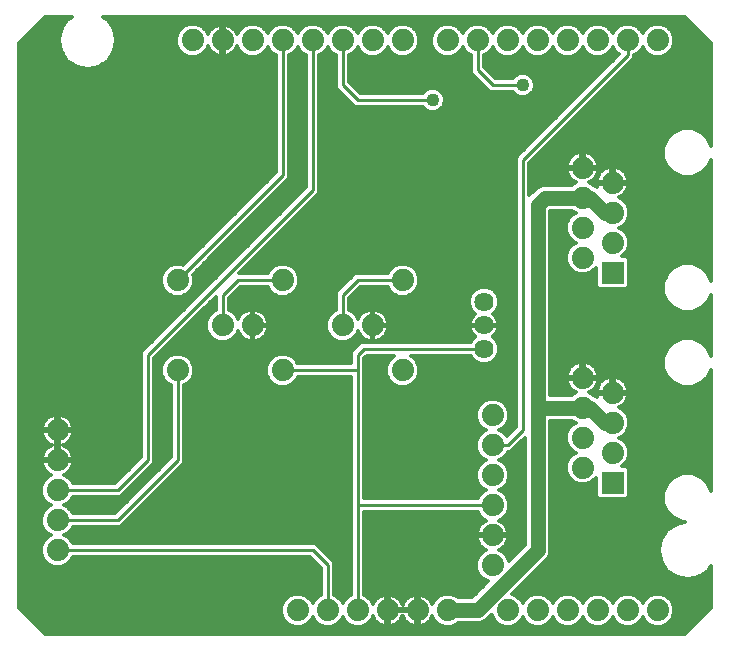
<source format=gbl>
G75*
G70*
%OFA0B0*%
%FSLAX24Y24*%
%IPPOS*%
%LPD*%
%AMOC8*
5,1,8,0,0,1.08239X$1,22.5*
%
%ADD10C,0.0740*%
%ADD11R,0.0740X0.0740*%
%ADD12C,0.0640*%
%ADD13C,0.0120*%
%ADD14C,0.0100*%
%ADD15C,0.0500*%
%ADD16C,0.0436*%
D10*
X007759Y003161D03*
X007759Y004161D03*
X007759Y005161D03*
X007759Y006161D03*
X007759Y007161D03*
X011759Y009161D03*
X013259Y010661D03*
X014259Y010661D03*
X015259Y009161D03*
X017259Y010661D03*
X018259Y010661D03*
X019259Y009161D03*
X022259Y007661D03*
X022259Y006661D03*
X022259Y005661D03*
X022259Y004661D03*
X022259Y003661D03*
X022259Y002661D03*
X022759Y001161D03*
X023759Y001161D03*
X024759Y001161D03*
X025759Y001161D03*
X026759Y001161D03*
X027759Y001161D03*
X020759Y001161D03*
X019759Y001161D03*
X018759Y001161D03*
X017759Y001161D03*
X016759Y001161D03*
X015759Y001161D03*
X025259Y005911D03*
X026259Y006411D03*
X025259Y006911D03*
X026259Y007411D03*
X025259Y007911D03*
X026259Y008411D03*
X025259Y008911D03*
X025259Y012911D03*
X026259Y013411D03*
X025259Y013911D03*
X026259Y014411D03*
X025259Y014911D03*
X026259Y015411D03*
X025259Y015911D03*
X019259Y012161D03*
X015259Y012161D03*
X011759Y012161D03*
X012259Y020161D03*
X013259Y020161D03*
X014259Y020161D03*
X015259Y020161D03*
X016259Y020161D03*
X017259Y020161D03*
X018259Y020161D03*
X019259Y020161D03*
X020759Y020161D03*
X021759Y020161D03*
X022759Y020161D03*
X023759Y020161D03*
X024759Y020161D03*
X025759Y020161D03*
X026759Y020161D03*
X027759Y020161D03*
D11*
X026259Y012411D03*
X026259Y005411D03*
D12*
X021975Y009874D03*
X021975Y010661D03*
X021975Y011449D03*
D13*
X006479Y020070D02*
X006479Y001252D01*
X007350Y000381D01*
X028668Y000381D01*
X029539Y001252D01*
X029539Y002643D01*
X029434Y002486D01*
X029434Y002486D01*
X029124Y002279D01*
X029124Y002279D01*
X028759Y002206D01*
X028759Y002206D01*
X028393Y002279D01*
X028393Y002279D01*
X028084Y002486D01*
X028084Y002486D01*
X028084Y002486D01*
X027877Y002796D01*
X027877Y002796D01*
X027804Y003161D01*
X027804Y003161D01*
X027877Y003527D01*
X027877Y003527D01*
X028084Y003836D01*
X028083Y003836D02*
X024189Y003836D01*
X024189Y003718D02*
X028004Y003718D01*
X028084Y003836D02*
X028084Y003837D01*
X028084Y003837D01*
X028393Y004044D01*
X028393Y004044D01*
X028684Y004101D01*
X028598Y004101D01*
X028300Y004225D01*
X028072Y004452D01*
X027949Y004750D01*
X027949Y005072D01*
X028072Y005370D01*
X028300Y005598D01*
X028598Y005721D01*
X028920Y005721D01*
X029218Y005598D01*
X029445Y005370D01*
X029539Y005144D01*
X029539Y009178D01*
X029445Y008952D01*
X029218Y008725D01*
X028920Y008601D01*
X028598Y008601D01*
X028300Y008725D01*
X028072Y008952D01*
X027949Y009250D01*
X027949Y009572D01*
X028072Y009870D01*
X028300Y010098D01*
X028598Y010221D01*
X028920Y010221D01*
X029218Y010098D01*
X029445Y009870D01*
X029539Y009644D01*
X029539Y011678D01*
X029445Y011452D01*
X029218Y011225D01*
X028920Y011101D01*
X028598Y011101D01*
X028300Y011225D01*
X028072Y011452D01*
X027949Y011750D01*
X027949Y012072D01*
X028072Y012370D01*
X028300Y012598D01*
X028598Y012721D01*
X028920Y012721D01*
X029218Y012598D01*
X029445Y012370D01*
X029539Y012144D01*
X029539Y016178D01*
X029445Y015952D01*
X029218Y015725D01*
X028920Y015601D01*
X028598Y015601D01*
X028300Y015725D01*
X028072Y015952D01*
X027949Y016250D01*
X027949Y016572D01*
X028072Y016870D01*
X028300Y017098D01*
X028598Y017221D01*
X028920Y017221D01*
X029218Y017098D01*
X029445Y016870D01*
X029539Y016644D01*
X029539Y020070D01*
X028668Y020941D01*
X009277Y020941D01*
X009434Y020837D01*
X009434Y020837D01*
X009434Y020836D01*
X009641Y020527D01*
X009641Y020527D01*
X009714Y020161D01*
X009641Y019796D01*
X009641Y019796D01*
X009434Y019486D01*
X009434Y019486D01*
X009124Y019279D01*
X009124Y019279D01*
X008759Y019206D01*
X008759Y019206D01*
X008393Y019279D01*
X008393Y019279D01*
X008084Y019486D01*
X008084Y019486D01*
X008084Y019486D01*
X007877Y019796D01*
X007804Y020161D01*
X007877Y020527D01*
X008084Y020836D01*
X008084Y020837D01*
X008240Y020941D01*
X007350Y020941D01*
X006479Y020070D01*
X006485Y020077D02*
X007821Y020077D01*
X007811Y020195D02*
X006604Y020195D01*
X006722Y020314D02*
X007834Y020314D01*
X007858Y020432D02*
X006841Y020432D01*
X006959Y020551D02*
X007893Y020551D01*
X007972Y020669D02*
X007078Y020669D01*
X007197Y020788D02*
X008051Y020788D01*
X008188Y020906D02*
X007315Y020906D01*
X007844Y019958D02*
X006479Y019958D01*
X006479Y019839D02*
X007868Y019839D01*
X007927Y019721D02*
X006479Y019721D01*
X006479Y019602D02*
X008006Y019602D01*
X008087Y019484D02*
X006479Y019484D01*
X006479Y019365D02*
X008264Y019365D01*
X008555Y019247D02*
X006479Y019247D01*
X006479Y019128D02*
X015029Y019128D01*
X015029Y019010D02*
X006479Y019010D01*
X006479Y018891D02*
X015029Y018891D01*
X015029Y018773D02*
X006479Y018773D01*
X006479Y018654D02*
X015029Y018654D01*
X015029Y018535D02*
X006479Y018535D01*
X006479Y018417D02*
X015029Y018417D01*
X015029Y018298D02*
X006479Y018298D01*
X006479Y018180D02*
X015029Y018180D01*
X015029Y018061D02*
X006479Y018061D01*
X006479Y017943D02*
X015029Y017943D01*
X015029Y017824D02*
X006479Y017824D01*
X006479Y017706D02*
X015029Y017706D01*
X015029Y017587D02*
X006479Y017587D01*
X006479Y017469D02*
X015029Y017469D01*
X015029Y017350D02*
X006479Y017350D01*
X006479Y017231D02*
X015029Y017231D01*
X015029Y017113D02*
X006479Y017113D01*
X006479Y016994D02*
X015029Y016994D01*
X015029Y016876D02*
X006479Y016876D01*
X006479Y016757D02*
X015029Y016757D01*
X015029Y016639D02*
X006479Y016639D01*
X006479Y016520D02*
X015029Y016520D01*
X015029Y016402D02*
X006479Y016402D01*
X006479Y016283D02*
X015029Y016283D01*
X015029Y016165D02*
X006479Y016165D01*
X006479Y016046D02*
X015029Y016046D01*
X015029Y015928D02*
X006479Y015928D01*
X006479Y015809D02*
X015029Y015809D01*
X015029Y015756D02*
X011950Y012677D01*
X011868Y012711D01*
X011649Y012711D01*
X011447Y012627D01*
X011293Y012473D01*
X011209Y012271D01*
X011209Y012052D01*
X011293Y011850D01*
X011447Y011695D01*
X011649Y011611D01*
X011868Y011611D01*
X012070Y011695D01*
X012225Y011850D01*
X012309Y012052D01*
X012309Y012271D01*
X012275Y012352D01*
X015354Y015431D01*
X015489Y015566D01*
X015489Y019661D01*
X015570Y019695D01*
X015725Y019850D01*
X015759Y019931D01*
X015793Y019850D01*
X015947Y019695D01*
X016029Y019661D01*
X016029Y015256D01*
X010664Y009891D01*
X010529Y009756D01*
X010529Y006256D01*
X009664Y005391D01*
X008259Y005391D01*
X008225Y005473D01*
X008070Y005627D01*
X007965Y005671D01*
X008037Y005708D01*
X008104Y005757D01*
X008163Y005816D01*
X008212Y005883D01*
X008250Y005958D01*
X008276Y006037D01*
X008289Y006120D01*
X008289Y006121D01*
X007799Y006121D01*
X007799Y006201D01*
X008289Y006201D01*
X008289Y006203D01*
X008276Y006285D01*
X008250Y006365D01*
X008212Y006439D01*
X008163Y006506D01*
X008104Y006565D01*
X008037Y006615D01*
X007962Y006652D01*
X007935Y006661D01*
X007962Y006670D01*
X008037Y006708D01*
X008104Y006757D01*
X008163Y006816D01*
X008212Y006883D01*
X008250Y006958D01*
X008276Y007037D01*
X008289Y007120D01*
X008289Y007121D01*
X007799Y007121D01*
X007799Y006631D01*
X007799Y006201D01*
X007719Y006201D01*
X007719Y006121D01*
X007229Y006121D01*
X007229Y006120D01*
X007242Y006037D01*
X007268Y005958D01*
X007306Y005883D01*
X007355Y005816D01*
X007414Y005757D01*
X007481Y005708D01*
X007553Y005671D01*
X007447Y005627D01*
X007293Y005473D01*
X007209Y005271D01*
X007209Y005052D01*
X007293Y004850D01*
X007447Y004695D01*
X007529Y004661D01*
X007447Y004627D01*
X007293Y004473D01*
X007209Y004271D01*
X007209Y004052D01*
X007293Y003850D01*
X007447Y003695D01*
X007529Y003661D01*
X007447Y003627D01*
X007293Y003473D01*
X007209Y003271D01*
X007209Y003052D01*
X007293Y002850D01*
X007447Y002695D01*
X007649Y002611D01*
X007868Y002611D01*
X008070Y002695D01*
X008225Y002850D01*
X008259Y002931D01*
X016164Y002931D01*
X016529Y002566D01*
X016529Y001661D01*
X016447Y001627D01*
X016293Y001473D01*
X016259Y001391D01*
X016225Y001473D01*
X016070Y001627D01*
X015868Y001711D01*
X015649Y001711D01*
X015447Y001627D01*
X015293Y001473D01*
X015209Y001271D01*
X015209Y001052D01*
X015293Y000850D01*
X015447Y000695D01*
X015649Y000611D01*
X015868Y000611D01*
X016070Y000695D01*
X016225Y000850D01*
X016259Y000931D01*
X016293Y000850D01*
X016447Y000695D01*
X016649Y000611D01*
X016868Y000611D01*
X017070Y000695D01*
X017225Y000850D01*
X017259Y000931D01*
X017293Y000850D01*
X017447Y000695D01*
X017649Y000611D01*
X017868Y000611D01*
X018070Y000695D01*
X018225Y000850D01*
X018269Y000955D01*
X018306Y000883D01*
X018355Y000816D01*
X018414Y000757D01*
X018481Y000708D01*
X018555Y000670D01*
X018635Y000644D01*
X018717Y000631D01*
X018719Y000631D01*
X018719Y001121D01*
X018799Y001121D01*
X018799Y000631D01*
X018801Y000631D01*
X018883Y000644D01*
X018962Y000670D01*
X019037Y000708D01*
X019104Y000757D01*
X019163Y000816D01*
X019212Y000883D01*
X019250Y000958D01*
X019259Y000985D01*
X019268Y000958D01*
X019306Y000883D01*
X019355Y000816D01*
X019414Y000757D01*
X019481Y000708D01*
X019555Y000670D01*
X019635Y000644D01*
X019717Y000631D01*
X019719Y000631D01*
X019719Y001121D01*
X019799Y001121D01*
X019799Y000631D01*
X019801Y000631D01*
X019883Y000644D01*
X019962Y000670D01*
X020037Y000708D01*
X020104Y000757D01*
X020163Y000816D01*
X020212Y000883D01*
X020249Y000955D01*
X020293Y000850D01*
X020447Y000695D01*
X020649Y000611D01*
X020868Y000611D01*
X021070Y000695D01*
X021107Y000731D01*
X021673Y000731D01*
X021844Y000731D01*
X022002Y000797D01*
X022223Y001017D01*
X022293Y000850D01*
X022447Y000695D01*
X022649Y000611D01*
X022868Y000611D01*
X023070Y000695D01*
X023225Y000850D01*
X023259Y000931D01*
X023293Y000850D01*
X023447Y000695D01*
X023649Y000611D01*
X023868Y000611D01*
X024070Y000695D01*
X024225Y000850D01*
X024259Y000931D01*
X024293Y000850D01*
X024447Y000695D01*
X024649Y000611D01*
X024868Y000611D01*
X025070Y000695D01*
X025225Y000850D01*
X025259Y000931D01*
X025293Y000850D01*
X025447Y000695D01*
X025649Y000611D01*
X025868Y000611D01*
X026070Y000695D01*
X026225Y000850D01*
X026259Y000931D01*
X026293Y000850D01*
X026447Y000695D01*
X026649Y000611D01*
X026868Y000611D01*
X027070Y000695D01*
X027225Y000850D01*
X027259Y000931D01*
X027293Y000850D01*
X027447Y000695D01*
X027649Y000611D01*
X027868Y000611D01*
X028070Y000695D01*
X028225Y000850D01*
X028309Y001052D01*
X028309Y001271D01*
X028225Y001473D01*
X028070Y001627D01*
X027868Y001711D01*
X027649Y001711D01*
X027447Y001627D01*
X027293Y001473D01*
X027259Y001391D01*
X027225Y001473D01*
X027070Y001627D01*
X026868Y001711D01*
X026649Y001711D01*
X026447Y001627D01*
X026293Y001473D01*
X026259Y001391D01*
X026225Y001473D01*
X026070Y001627D01*
X025868Y001711D01*
X025649Y001711D01*
X025447Y001627D01*
X025293Y001473D01*
X025259Y001391D01*
X025225Y001473D01*
X025070Y001627D01*
X024868Y001711D01*
X024649Y001711D01*
X024447Y001627D01*
X024293Y001473D01*
X024259Y001391D01*
X024225Y001473D01*
X024070Y001627D01*
X023868Y001711D01*
X023649Y001711D01*
X023447Y001627D01*
X023293Y001473D01*
X023259Y001391D01*
X023225Y001473D01*
X023070Y001627D01*
X022903Y001697D01*
X024002Y002797D01*
X024123Y002918D01*
X024189Y003076D01*
X024189Y007481D01*
X024911Y007481D01*
X024947Y007445D01*
X025029Y007411D01*
X024947Y007377D01*
X024793Y007223D01*
X024709Y007021D01*
X024709Y006802D01*
X024793Y006600D01*
X024947Y006445D01*
X025029Y006411D01*
X024947Y006377D01*
X024793Y006223D01*
X024709Y006021D01*
X024709Y005802D01*
X024793Y005600D01*
X024947Y005445D01*
X025149Y005361D01*
X025368Y005361D01*
X025570Y005445D01*
X025709Y005584D01*
X025709Y004967D01*
X025814Y004861D01*
X026703Y004861D01*
X026809Y004967D01*
X026809Y005856D01*
X026703Y005961D01*
X026587Y005961D01*
X026725Y006100D01*
X026809Y006302D01*
X026809Y006521D01*
X026725Y006723D01*
X026570Y006877D01*
X026489Y006911D01*
X026570Y006945D01*
X026725Y007100D01*
X026809Y007302D01*
X026809Y007521D01*
X026725Y007723D01*
X026570Y007877D01*
X026465Y007921D01*
X026537Y007958D01*
X026604Y008007D01*
X026663Y008066D01*
X026712Y008133D01*
X026750Y008208D01*
X026776Y008287D01*
X026789Y008370D01*
X026789Y008373D01*
X026298Y008373D01*
X026298Y008450D01*
X026789Y008450D01*
X026789Y008453D01*
X026776Y008535D01*
X026750Y008615D01*
X026712Y008689D01*
X026663Y008756D01*
X026604Y008815D01*
X026537Y008865D01*
X026462Y008902D01*
X026383Y008928D01*
X026301Y008941D01*
X026297Y008941D01*
X026297Y008450D01*
X026220Y008450D01*
X026220Y008373D01*
X025729Y008373D01*
X025729Y008370D01*
X025742Y008287D01*
X025745Y008279D01*
X025615Y008333D01*
X025570Y008377D01*
X025465Y008421D01*
X025537Y008458D01*
X025604Y008507D01*
X025663Y008566D01*
X025712Y008633D01*
X025750Y008708D01*
X025776Y008787D01*
X025789Y008870D01*
X025789Y008873D01*
X025298Y008873D01*
X025298Y008950D01*
X025789Y008950D01*
X025789Y008953D01*
X025776Y009035D01*
X025750Y009115D01*
X025712Y009189D01*
X025663Y009256D01*
X025604Y009315D01*
X025537Y009365D01*
X025462Y009402D01*
X025383Y009428D01*
X025301Y009441D01*
X025297Y009441D01*
X025297Y008950D01*
X025220Y008950D01*
X025220Y008873D01*
X024729Y008873D01*
X024729Y008870D01*
X024742Y008787D01*
X024768Y008708D01*
X024806Y008633D01*
X024855Y008566D01*
X024914Y008507D01*
X024981Y008458D01*
X025053Y008421D01*
X024947Y008377D01*
X024911Y008341D01*
X024189Y008341D01*
X024189Y014481D01*
X024911Y014481D01*
X024947Y014445D01*
X025029Y014411D01*
X024947Y014377D01*
X024793Y014223D01*
X024709Y014021D01*
X024709Y013802D01*
X024793Y013600D01*
X024947Y013445D01*
X025029Y013411D01*
X024947Y013377D01*
X024793Y013223D01*
X024709Y013021D01*
X024709Y012802D01*
X024793Y012600D01*
X024947Y012445D01*
X025149Y012361D01*
X025368Y012361D01*
X025570Y012445D01*
X025709Y012584D01*
X025709Y011967D01*
X025814Y011861D01*
X026703Y011861D01*
X026809Y011967D01*
X026809Y012856D01*
X026703Y012961D01*
X026587Y012961D01*
X026725Y013100D01*
X026809Y013302D01*
X026809Y013521D01*
X026725Y013723D01*
X026570Y013877D01*
X026489Y013911D01*
X026570Y013945D01*
X026725Y014100D01*
X026809Y014302D01*
X026809Y014521D01*
X026725Y014723D01*
X026570Y014877D01*
X026465Y014921D01*
X026537Y014958D01*
X026604Y015007D01*
X026663Y015066D01*
X026712Y015133D01*
X026750Y015208D01*
X026776Y015287D01*
X026789Y015370D01*
X026789Y015373D01*
X026298Y015373D01*
X026298Y015450D01*
X026789Y015450D01*
X026789Y015453D01*
X026776Y015535D01*
X026750Y015615D01*
X026712Y015689D01*
X026663Y015756D01*
X026604Y015815D01*
X026537Y015865D01*
X026462Y015902D01*
X026383Y015928D01*
X026301Y015941D01*
X026297Y015941D01*
X026297Y015450D01*
X026220Y015450D01*
X026220Y015373D01*
X025729Y015373D01*
X025729Y015370D01*
X025742Y015287D01*
X025745Y015279D01*
X025615Y015333D01*
X025570Y015377D01*
X025465Y015421D01*
X025537Y015458D01*
X025604Y015507D01*
X025663Y015566D01*
X025712Y015633D01*
X025750Y015708D01*
X025776Y015787D01*
X025789Y015870D01*
X025789Y015873D01*
X025298Y015873D01*
X025298Y015950D01*
X025789Y015950D01*
X025789Y015953D01*
X025776Y016035D01*
X025750Y016115D01*
X025712Y016189D01*
X025663Y016256D01*
X025604Y016315D01*
X025537Y016365D01*
X025462Y016402D01*
X025383Y016428D01*
X025301Y016441D01*
X025297Y016441D01*
X025297Y015950D01*
X025220Y015950D01*
X025220Y015873D01*
X024729Y015873D01*
X024729Y015870D01*
X024742Y015787D01*
X024768Y015708D01*
X024806Y015633D01*
X024855Y015566D01*
X024914Y015507D01*
X024981Y015458D01*
X025053Y015421D01*
X024947Y015377D01*
X024911Y015341D01*
X024094Y015341D01*
X023923Y015341D01*
X023765Y015276D01*
X023515Y015026D01*
X023489Y014999D01*
X023489Y016066D01*
X026854Y019431D01*
X026989Y019566D01*
X026989Y019661D01*
X027070Y019695D01*
X027225Y019850D01*
X027259Y019931D01*
X027293Y019850D01*
X027447Y019695D01*
X027649Y019611D01*
X027868Y019611D01*
X028070Y019695D01*
X028225Y019850D01*
X028309Y020052D01*
X028309Y020271D01*
X028225Y020473D01*
X028070Y020627D01*
X027868Y020711D01*
X027649Y020711D01*
X027447Y020627D01*
X027293Y020473D01*
X027259Y020391D01*
X027225Y020473D01*
X027070Y020627D01*
X026868Y020711D01*
X026649Y020711D01*
X026447Y020627D01*
X026293Y020473D01*
X026259Y020391D01*
X026225Y020473D01*
X026070Y020627D01*
X025868Y020711D01*
X025649Y020711D01*
X025447Y020627D01*
X025293Y020473D01*
X025259Y020391D01*
X025225Y020473D01*
X025070Y020627D01*
X024868Y020711D01*
X024649Y020711D01*
X024447Y020627D01*
X024293Y020473D01*
X024259Y020391D01*
X024225Y020473D01*
X024070Y020627D01*
X023868Y020711D01*
X023649Y020711D01*
X023447Y020627D01*
X023293Y020473D01*
X023259Y020391D01*
X023225Y020473D01*
X023070Y020627D01*
X022868Y020711D01*
X022649Y020711D01*
X022447Y020627D01*
X022293Y020473D01*
X022259Y020391D01*
X022225Y020473D01*
X022070Y020627D01*
X021868Y020711D01*
X021649Y020711D01*
X021447Y020627D01*
X021293Y020473D01*
X021259Y020391D01*
X021225Y020473D01*
X021070Y020627D01*
X020868Y020711D01*
X020649Y020711D01*
X020447Y020627D01*
X020293Y020473D01*
X020209Y020271D01*
X020209Y020052D01*
X020293Y019850D01*
X020447Y019695D01*
X020649Y019611D01*
X020868Y019611D01*
X021070Y019695D01*
X021225Y019850D01*
X021259Y019931D01*
X021293Y019850D01*
X021447Y019695D01*
X021529Y019661D01*
X021529Y019066D01*
X021664Y018931D01*
X022164Y018431D01*
X022354Y018431D01*
X022926Y018431D01*
X023033Y018324D01*
X023180Y018263D01*
X023338Y018263D01*
X023484Y018324D01*
X023596Y018436D01*
X023657Y018582D01*
X023657Y018740D01*
X023596Y018887D01*
X023484Y018999D01*
X023338Y019059D01*
X023180Y019059D01*
X023033Y018999D01*
X022926Y018891D01*
X022354Y018891D01*
X021989Y019256D01*
X021989Y019661D01*
X022070Y019695D01*
X022225Y019850D01*
X022259Y019931D01*
X022293Y019850D01*
X022447Y019695D01*
X022649Y019611D01*
X022868Y019611D01*
X023070Y019695D01*
X023225Y019850D01*
X023259Y019931D01*
X023293Y019850D01*
X023447Y019695D01*
X023649Y019611D01*
X023868Y019611D01*
X024070Y019695D01*
X024225Y019850D01*
X024259Y019931D01*
X024293Y019850D01*
X024447Y019695D01*
X024649Y019611D01*
X024868Y019611D01*
X025070Y019695D01*
X025225Y019850D01*
X025259Y019931D01*
X025293Y019850D01*
X025447Y019695D01*
X025649Y019611D01*
X025868Y019611D01*
X026070Y019695D01*
X026225Y019850D01*
X026259Y019931D01*
X026293Y019850D01*
X026447Y019695D01*
X026462Y019689D01*
X023029Y016256D01*
X023029Y016066D01*
X023029Y007256D01*
X022731Y006959D01*
X022725Y006973D01*
X022570Y007127D01*
X022489Y007161D01*
X022570Y007195D01*
X022725Y007350D01*
X022809Y007552D01*
X022809Y007771D01*
X022725Y007973D01*
X022570Y008127D01*
X022368Y008211D01*
X022149Y008211D01*
X021947Y008127D01*
X021793Y007973D01*
X021709Y007771D01*
X021709Y007552D01*
X021793Y007350D01*
X021947Y007195D01*
X022029Y007161D01*
X021947Y007127D01*
X021793Y006973D01*
X021709Y006771D01*
X021709Y006552D01*
X021793Y006350D01*
X021947Y006195D01*
X022029Y006161D01*
X021947Y006127D01*
X021793Y005973D01*
X021709Y005771D01*
X021709Y005552D01*
X021793Y005350D01*
X021947Y005195D01*
X022029Y005161D01*
X021947Y005127D01*
X021793Y004973D01*
X021759Y004891D01*
X017989Y004891D01*
X017989Y009066D01*
X017989Y009256D01*
X017989Y009566D01*
X018067Y009644D01*
X018987Y009644D01*
X018947Y009627D01*
X018793Y009473D01*
X018709Y009271D01*
X018709Y009052D01*
X017989Y009052D01*
X017989Y008933D02*
X018758Y008933D01*
X018793Y008850D02*
X018709Y009052D01*
X018709Y009171D02*
X017989Y009171D01*
X017989Y009289D02*
X018717Y009289D01*
X018766Y009408D02*
X017989Y009408D01*
X017989Y009526D02*
X018846Y009526D01*
X019531Y009644D02*
X021529Y009644D01*
X021552Y009591D01*
X021692Y009450D01*
X021876Y009374D01*
X022075Y009374D01*
X022259Y009450D01*
X022399Y009591D01*
X022475Y009774D01*
X022475Y009973D01*
X022399Y010157D01*
X022273Y010284D01*
X022288Y010295D01*
X022342Y010349D01*
X022386Y010410D01*
X022420Y010477D01*
X022444Y010549D01*
X022455Y010623D01*
X022455Y010652D01*
X021985Y010652D01*
X021985Y010670D01*
X022455Y010670D01*
X022455Y010699D01*
X022444Y010774D01*
X022420Y010846D01*
X022386Y010913D01*
X022342Y010974D01*
X022288Y011027D01*
X022273Y011039D01*
X022399Y011165D01*
X022475Y011349D01*
X022475Y011548D01*
X022399Y011732D01*
X022259Y011873D01*
X022075Y011949D01*
X021876Y011949D01*
X021692Y011873D01*
X021552Y011732D01*
X021475Y011548D01*
X021475Y011349D01*
X021552Y011165D01*
X021678Y011039D01*
X021663Y011027D01*
X021609Y010974D01*
X021565Y010913D01*
X021531Y010846D01*
X021507Y010774D01*
X021495Y010699D01*
X021495Y010670D01*
X021966Y010670D01*
X021966Y010652D01*
X021495Y010652D01*
X021495Y010623D01*
X021507Y010549D01*
X021531Y010477D01*
X021565Y010410D01*
X021609Y010349D01*
X021663Y010295D01*
X021678Y010284D01*
X021552Y010157D01*
X021529Y010104D01*
X018067Y010104D01*
X017876Y010104D01*
X017664Y009891D01*
X017529Y009756D01*
X017529Y009391D01*
X015759Y009391D01*
X015725Y009473D01*
X015570Y009627D01*
X015368Y009711D01*
X015149Y009711D01*
X014947Y009627D01*
X014793Y009473D01*
X014709Y009271D01*
X014709Y009052D01*
X012309Y009052D01*
X012225Y008850D01*
X012070Y008695D01*
X011989Y008661D01*
X011989Y006066D01*
X011854Y005931D01*
X009854Y003931D01*
X009664Y003931D01*
X008259Y003931D01*
X008225Y003850D01*
X008070Y003695D01*
X007989Y003661D01*
X008070Y003627D01*
X008225Y003473D01*
X008259Y003391D01*
X016164Y003391D01*
X016354Y003391D01*
X016989Y002756D01*
X016989Y002566D01*
X016989Y001661D01*
X017070Y001627D01*
X017225Y001473D01*
X017259Y001391D01*
X017293Y001473D01*
X017447Y001627D01*
X017529Y001661D01*
X017529Y004566D01*
X017529Y004756D01*
X017529Y008931D01*
X015759Y008931D01*
X015725Y008850D01*
X015570Y008695D01*
X015368Y008611D01*
X015149Y008611D01*
X014947Y008695D01*
X014793Y008850D01*
X014709Y009052D01*
X014709Y009171D02*
X012309Y009171D01*
X012309Y009271D02*
X012225Y009473D01*
X012070Y009627D01*
X011868Y009711D01*
X011649Y009711D01*
X011447Y009627D01*
X011293Y009473D01*
X011209Y009271D01*
X011209Y009052D01*
X010989Y009052D01*
X010989Y008933D02*
X011258Y008933D01*
X011293Y008850D02*
X011209Y009052D01*
X011209Y009171D02*
X010989Y009171D01*
X010989Y009289D02*
X011217Y009289D01*
X011266Y009408D02*
X010989Y009408D01*
X010989Y009526D02*
X011346Y009526D01*
X011489Y009645D02*
X011068Y009645D01*
X010989Y009566D02*
X013029Y011606D01*
X013029Y011566D01*
X013029Y011161D01*
X012947Y011127D01*
X012793Y010973D01*
X012709Y010771D01*
X012709Y010552D01*
X012793Y010350D01*
X012947Y010195D01*
X013149Y010111D01*
X013368Y010111D01*
X013570Y010195D01*
X013725Y010350D01*
X013769Y010455D01*
X013806Y010383D01*
X013855Y010316D01*
X013914Y010257D01*
X013981Y010208D01*
X014055Y010170D01*
X014135Y010144D01*
X014217Y010131D01*
X014239Y010131D01*
X014239Y010641D01*
X014279Y010641D01*
X014279Y010131D01*
X014301Y010131D01*
X014383Y010144D01*
X014462Y010170D01*
X014537Y010208D01*
X014604Y010257D01*
X014663Y010316D01*
X014712Y010383D01*
X014750Y010458D01*
X014776Y010537D01*
X014789Y010620D01*
X014789Y010641D01*
X014279Y010641D01*
X014279Y010681D01*
X014789Y010681D01*
X014789Y010703D01*
X014776Y010785D01*
X014750Y010865D01*
X014712Y010939D01*
X014663Y011006D01*
X014604Y011065D01*
X014537Y011115D01*
X014462Y011152D01*
X014383Y011178D01*
X014301Y011191D01*
X014279Y011191D01*
X014279Y010681D01*
X014239Y010681D01*
X014239Y011191D01*
X014217Y011191D01*
X014135Y011178D01*
X014055Y011152D01*
X013981Y011115D01*
X013914Y011065D01*
X013855Y011006D01*
X013806Y010939D01*
X013769Y010867D01*
X013725Y010973D01*
X013570Y011127D01*
X013489Y011161D01*
X013489Y011566D01*
X013854Y011931D01*
X014759Y011931D01*
X014793Y011850D01*
X014947Y011695D01*
X015149Y011611D01*
X015368Y011611D01*
X015570Y011695D01*
X015725Y011850D01*
X015809Y012052D01*
X015809Y012271D01*
X015725Y012473D01*
X015570Y012627D01*
X015368Y012711D01*
X015149Y012711D01*
X014947Y012627D01*
X014793Y012473D01*
X014759Y012391D01*
X013814Y012391D01*
X016489Y015066D01*
X016489Y015256D01*
X016489Y019661D01*
X016570Y019695D01*
X016725Y019850D01*
X016759Y019931D01*
X016793Y019850D01*
X016947Y019695D01*
X017029Y019661D01*
X017029Y018566D01*
X017164Y018431D01*
X017664Y017931D01*
X017854Y017931D01*
X019926Y017931D01*
X020033Y017824D01*
X016489Y017824D01*
X016489Y017706D02*
X024478Y017706D01*
X024597Y017824D02*
X020485Y017824D01*
X020484Y017824D02*
X020596Y017936D01*
X020657Y018082D01*
X020657Y018240D01*
X020596Y018387D01*
X020484Y018499D01*
X020338Y018559D01*
X020180Y018559D01*
X020033Y018499D01*
X019926Y018391D01*
X017854Y018391D01*
X017489Y018756D01*
X017489Y019661D01*
X017570Y019695D01*
X017725Y019850D01*
X017759Y019931D01*
X017793Y019850D01*
X017947Y019695D01*
X018149Y019611D01*
X018368Y019611D01*
X018570Y019695D01*
X018725Y019850D01*
X018759Y019931D01*
X018793Y019850D01*
X018947Y019695D01*
X019149Y019611D01*
X019368Y019611D01*
X019570Y019695D01*
X019725Y019850D01*
X019809Y020052D01*
X019809Y020271D01*
X019725Y020473D01*
X019570Y020627D01*
X019368Y020711D01*
X019149Y020711D01*
X018947Y020627D01*
X018793Y020473D01*
X018759Y020391D01*
X018725Y020473D01*
X018570Y020627D01*
X018368Y020711D01*
X018149Y020711D01*
X017947Y020627D01*
X017793Y020473D01*
X017759Y020391D01*
X017725Y020473D01*
X017570Y020627D01*
X017368Y020711D01*
X017149Y020711D01*
X016947Y020627D01*
X016793Y020473D01*
X016759Y020391D01*
X016725Y020473D01*
X016570Y020627D01*
X016368Y020711D01*
X016149Y020711D01*
X015947Y020627D01*
X015793Y020473D01*
X015759Y020391D01*
X015725Y020473D01*
X015570Y020627D01*
X015368Y020711D01*
X015149Y020711D01*
X014947Y020627D01*
X014793Y020473D01*
X014759Y020391D01*
X014725Y020473D01*
X014570Y020627D01*
X014368Y020711D01*
X014149Y020711D01*
X013947Y020627D01*
X013793Y020473D01*
X013749Y020367D01*
X013712Y020439D01*
X013663Y020506D01*
X013604Y020565D01*
X013537Y020615D01*
X013462Y020652D01*
X013383Y020678D01*
X013301Y020691D01*
X013299Y020691D01*
X013299Y020201D01*
X013219Y020201D01*
X013219Y020691D01*
X013217Y020691D01*
X013135Y020678D01*
X013055Y020652D01*
X012981Y020615D01*
X012914Y020565D01*
X012855Y020506D01*
X012806Y020439D01*
X012769Y020367D01*
X012725Y020473D01*
X012570Y020627D01*
X012368Y020711D01*
X012149Y020711D01*
X011947Y020627D01*
X011793Y020473D01*
X011709Y020271D01*
X011709Y020052D01*
X011793Y019850D01*
X011947Y019695D01*
X012149Y019611D01*
X012368Y019611D01*
X012570Y019695D01*
X012725Y019850D01*
X012769Y019955D01*
X012806Y019883D01*
X012855Y019816D01*
X012914Y019757D01*
X012981Y019708D01*
X013055Y019670D01*
X013135Y019644D01*
X013217Y019631D01*
X013219Y019631D01*
X013219Y020121D01*
X013299Y020121D01*
X013299Y019631D01*
X013301Y019631D01*
X013383Y019644D01*
X013462Y019670D01*
X013537Y019708D01*
X013604Y019757D01*
X013663Y019816D01*
X013712Y019883D01*
X013749Y019955D01*
X013793Y019850D01*
X013947Y019695D01*
X014149Y019611D01*
X014368Y019611D01*
X014570Y019695D01*
X014725Y019850D01*
X014759Y019931D01*
X014793Y019850D01*
X014947Y019695D01*
X015029Y019661D01*
X015029Y015756D01*
X014963Y015690D02*
X006479Y015690D01*
X006479Y015572D02*
X014844Y015572D01*
X014726Y015453D02*
X006479Y015453D01*
X006479Y015335D02*
X014607Y015335D01*
X014489Y015216D02*
X006479Y015216D01*
X006479Y015098D02*
X014370Y015098D01*
X014252Y014979D02*
X006479Y014979D01*
X006479Y014861D02*
X014133Y014861D01*
X014015Y014742D02*
X006479Y014742D01*
X006479Y014624D02*
X013896Y014624D01*
X013777Y014505D02*
X006479Y014505D01*
X006479Y014386D02*
X013659Y014386D01*
X013540Y014268D02*
X006479Y014268D01*
X006479Y014149D02*
X013422Y014149D01*
X013303Y014031D02*
X006479Y014031D01*
X006479Y013912D02*
X013185Y013912D01*
X013066Y013794D02*
X006479Y013794D01*
X006479Y013675D02*
X012948Y013675D01*
X012829Y013557D02*
X006479Y013557D01*
X006479Y013438D02*
X012711Y013438D01*
X012592Y013320D02*
X006479Y013320D01*
X006479Y013201D02*
X012473Y013201D01*
X012355Y013082D02*
X006479Y013082D01*
X006479Y012964D02*
X012236Y012964D01*
X012118Y012845D02*
X006479Y012845D01*
X006479Y012727D02*
X011999Y012727D01*
X012294Y012371D02*
X013144Y012371D01*
X013262Y012490D02*
X012413Y012490D01*
X012531Y012608D02*
X013381Y012608D01*
X013499Y012727D02*
X012650Y012727D01*
X012768Y012845D02*
X013618Y012845D01*
X013736Y012964D02*
X012887Y012964D01*
X013005Y013082D02*
X013855Y013082D01*
X013973Y013201D02*
X013124Y013201D01*
X013242Y013320D02*
X014092Y013320D01*
X014211Y013438D02*
X013361Y013438D01*
X013479Y013557D02*
X014329Y013557D01*
X014448Y013675D02*
X013598Y013675D01*
X013717Y013794D02*
X014566Y013794D01*
X014685Y013912D02*
X013835Y013912D01*
X013954Y014031D02*
X014803Y014031D01*
X014922Y014149D02*
X014072Y014149D01*
X014191Y014268D02*
X015040Y014268D01*
X015159Y014386D02*
X014309Y014386D01*
X014428Y014505D02*
X015277Y014505D01*
X015396Y014624D02*
X014546Y014624D01*
X014665Y014742D02*
X015514Y014742D01*
X015633Y014861D02*
X014783Y014861D01*
X014902Y014979D02*
X015752Y014979D01*
X015870Y015098D02*
X015021Y015098D01*
X015139Y015216D02*
X015989Y015216D01*
X016029Y015335D02*
X015258Y015335D01*
X015376Y015453D02*
X016029Y015453D01*
X016029Y015572D02*
X015489Y015572D01*
X015489Y015690D02*
X016029Y015690D01*
X016029Y015809D02*
X015489Y015809D01*
X015489Y015928D02*
X016029Y015928D01*
X016029Y016046D02*
X015489Y016046D01*
X015489Y016165D02*
X016029Y016165D01*
X016029Y016283D02*
X015489Y016283D01*
X015489Y016402D02*
X016029Y016402D01*
X016029Y016520D02*
X015489Y016520D01*
X015489Y016639D02*
X016029Y016639D01*
X016029Y016757D02*
X015489Y016757D01*
X015489Y016876D02*
X016029Y016876D01*
X016029Y016994D02*
X015489Y016994D01*
X015489Y017113D02*
X016029Y017113D01*
X016029Y017231D02*
X015489Y017231D01*
X015489Y017350D02*
X016029Y017350D01*
X016029Y017469D02*
X015489Y017469D01*
X015489Y017587D02*
X016029Y017587D01*
X016029Y017706D02*
X015489Y017706D01*
X015489Y017824D02*
X016029Y017824D01*
X016029Y017943D02*
X015489Y017943D01*
X015489Y018061D02*
X016029Y018061D01*
X016029Y018180D02*
X015489Y018180D01*
X015489Y018298D02*
X016029Y018298D01*
X016029Y018417D02*
X015489Y018417D01*
X015489Y018535D02*
X016029Y018535D01*
X016029Y018654D02*
X015489Y018654D01*
X015489Y018773D02*
X016029Y018773D01*
X016029Y018891D02*
X015489Y018891D01*
X015489Y019010D02*
X016029Y019010D01*
X016029Y019128D02*
X015489Y019128D01*
X015489Y019247D02*
X016029Y019247D01*
X016029Y019365D02*
X015489Y019365D01*
X015489Y019484D02*
X016029Y019484D01*
X016029Y019602D02*
X015489Y019602D01*
X015596Y019721D02*
X015921Y019721D01*
X015803Y019839D02*
X015715Y019839D01*
X015029Y019602D02*
X009512Y019602D01*
X009434Y019486D02*
X009434Y019486D01*
X009431Y019484D02*
X015029Y019484D01*
X015029Y019365D02*
X009254Y019365D01*
X008962Y019247D02*
X015029Y019247D01*
X014921Y019721D02*
X014596Y019721D01*
X014715Y019839D02*
X014803Y019839D01*
X014776Y020432D02*
X014742Y020432D01*
X014647Y020551D02*
X014871Y020551D01*
X015048Y020669D02*
X014470Y020669D01*
X014048Y020669D02*
X013411Y020669D01*
X013299Y020669D02*
X013219Y020669D01*
X013107Y020669D02*
X012470Y020669D01*
X012647Y020551D02*
X012899Y020551D01*
X012802Y020432D02*
X012742Y020432D01*
X013219Y020432D02*
X013299Y020432D01*
X013299Y020314D02*
X013219Y020314D01*
X013219Y020551D02*
X013299Y020551D01*
X013619Y020551D02*
X013871Y020551D01*
X013776Y020432D02*
X013716Y020432D01*
X013299Y020077D02*
X013219Y020077D01*
X013219Y019958D02*
X013299Y019958D01*
X013299Y019839D02*
X013219Y019839D01*
X013219Y019721D02*
X013299Y019721D01*
X013554Y019721D02*
X013921Y019721D01*
X013803Y019839D02*
X013680Y019839D01*
X012963Y019721D02*
X012596Y019721D01*
X012715Y019839D02*
X012838Y019839D01*
X011921Y019721D02*
X009591Y019721D01*
X009650Y019839D02*
X011803Y019839D01*
X011748Y019958D02*
X009673Y019958D01*
X009697Y020077D02*
X011709Y020077D01*
X011709Y020195D02*
X009707Y020195D01*
X009684Y020314D02*
X011727Y020314D01*
X011776Y020432D02*
X009660Y020432D01*
X009625Y020551D02*
X011871Y020551D01*
X012048Y020669D02*
X009546Y020669D01*
X009467Y020788D02*
X028821Y020788D01*
X028703Y020906D02*
X009330Y020906D01*
X015470Y020669D02*
X016048Y020669D01*
X015871Y020551D02*
X015647Y020551D01*
X015742Y020432D02*
X015776Y020432D01*
X016470Y020669D02*
X017048Y020669D01*
X016871Y020551D02*
X016647Y020551D01*
X016742Y020432D02*
X016776Y020432D01*
X017470Y020669D02*
X018048Y020669D01*
X017871Y020551D02*
X017647Y020551D01*
X017742Y020432D02*
X017776Y020432D01*
X018470Y020669D02*
X019048Y020669D01*
X018871Y020551D02*
X018647Y020551D01*
X018742Y020432D02*
X018776Y020432D01*
X019470Y020669D02*
X020548Y020669D01*
X020371Y020551D02*
X019647Y020551D01*
X019742Y020432D02*
X020276Y020432D01*
X020227Y020314D02*
X019791Y020314D01*
X019809Y020195D02*
X020209Y020195D01*
X020209Y020077D02*
X019809Y020077D01*
X019770Y019958D02*
X020248Y019958D01*
X020303Y019839D02*
X019715Y019839D01*
X019596Y019721D02*
X020421Y019721D01*
X021096Y019721D02*
X021421Y019721D01*
X021529Y019602D02*
X017489Y019602D01*
X017489Y019484D02*
X021529Y019484D01*
X021529Y019365D02*
X017489Y019365D01*
X017489Y019247D02*
X021529Y019247D01*
X021529Y019128D02*
X017489Y019128D01*
X017489Y019010D02*
X021585Y019010D01*
X021704Y018891D02*
X017489Y018891D01*
X017489Y018773D02*
X021822Y018773D01*
X021941Y018654D02*
X017591Y018654D01*
X017710Y018535D02*
X020122Y018535D01*
X019952Y018417D02*
X017828Y018417D01*
X017534Y018061D02*
X016489Y018061D01*
X016489Y017943D02*
X017652Y017943D01*
X017415Y018180D02*
X016489Y018180D01*
X016489Y018298D02*
X017296Y018298D01*
X017178Y018417D02*
X016489Y018417D01*
X016489Y018535D02*
X017059Y018535D01*
X017029Y018654D02*
X016489Y018654D01*
X016489Y018773D02*
X017029Y018773D01*
X017029Y018891D02*
X016489Y018891D01*
X016489Y019010D02*
X017029Y019010D01*
X017029Y019128D02*
X016489Y019128D01*
X016489Y019247D02*
X017029Y019247D01*
X017029Y019365D02*
X016489Y019365D01*
X016489Y019484D02*
X017029Y019484D01*
X017029Y019602D02*
X016489Y019602D01*
X016596Y019721D02*
X016921Y019721D01*
X016803Y019839D02*
X016715Y019839D01*
X017596Y019721D02*
X017921Y019721D01*
X017803Y019839D02*
X017715Y019839D01*
X018596Y019721D02*
X018921Y019721D01*
X018803Y019839D02*
X018715Y019839D01*
X020396Y018535D02*
X022059Y018535D01*
X022236Y019010D02*
X023060Y019010D01*
X023458Y019010D02*
X025782Y019010D01*
X025901Y019128D02*
X022117Y019128D01*
X021999Y019247D02*
X026019Y019247D01*
X026138Y019365D02*
X021989Y019365D01*
X021989Y019484D02*
X026256Y019484D01*
X026375Y019602D02*
X021989Y019602D01*
X022096Y019721D02*
X022421Y019721D01*
X022303Y019839D02*
X022215Y019839D01*
X022242Y020432D02*
X022276Y020432D01*
X022371Y020551D02*
X022147Y020551D01*
X021970Y020669D02*
X022548Y020669D01*
X022970Y020669D02*
X023548Y020669D01*
X023371Y020551D02*
X023147Y020551D01*
X023242Y020432D02*
X023276Y020432D01*
X023970Y020669D02*
X024548Y020669D01*
X024371Y020551D02*
X024147Y020551D01*
X024242Y020432D02*
X024276Y020432D01*
X024970Y020669D02*
X025548Y020669D01*
X025371Y020551D02*
X025147Y020551D01*
X025242Y020432D02*
X025276Y020432D01*
X025970Y020669D02*
X026548Y020669D01*
X026371Y020551D02*
X026147Y020551D01*
X026242Y020432D02*
X026276Y020432D01*
X026970Y020669D02*
X027548Y020669D01*
X027371Y020551D02*
X027147Y020551D01*
X027242Y020432D02*
X027276Y020432D01*
X027970Y020669D02*
X028940Y020669D01*
X029058Y020551D02*
X028147Y020551D01*
X028242Y020432D02*
X029177Y020432D01*
X029295Y020314D02*
X028291Y020314D01*
X028309Y020195D02*
X029414Y020195D01*
X029532Y020077D02*
X028309Y020077D01*
X028270Y019958D02*
X029539Y019958D01*
X029539Y019839D02*
X028215Y019839D01*
X028096Y019721D02*
X029539Y019721D01*
X029539Y019602D02*
X026989Y019602D01*
X026907Y019484D02*
X029539Y019484D01*
X029539Y019365D02*
X026788Y019365D01*
X026670Y019247D02*
X029539Y019247D01*
X029539Y019128D02*
X026551Y019128D01*
X026433Y019010D02*
X029539Y019010D01*
X029539Y018891D02*
X026314Y018891D01*
X026195Y018773D02*
X029539Y018773D01*
X029539Y018654D02*
X026077Y018654D01*
X025958Y018535D02*
X029539Y018535D01*
X029539Y018417D02*
X025840Y018417D01*
X025721Y018298D02*
X029539Y018298D01*
X029539Y018180D02*
X025603Y018180D01*
X025484Y018061D02*
X029539Y018061D01*
X029539Y017943D02*
X025366Y017943D01*
X025247Y017824D02*
X029539Y017824D01*
X029539Y017706D02*
X025129Y017706D01*
X025010Y017587D02*
X029539Y017587D01*
X029539Y017469D02*
X024891Y017469D01*
X024773Y017350D02*
X029539Y017350D01*
X029539Y017231D02*
X024654Y017231D01*
X024536Y017113D02*
X028337Y017113D01*
X028197Y016994D02*
X024417Y016994D01*
X024299Y016876D02*
X028078Y016876D01*
X028026Y016757D02*
X024180Y016757D01*
X024062Y016639D02*
X027976Y016639D01*
X027949Y016520D02*
X023943Y016520D01*
X023825Y016402D02*
X025054Y016402D01*
X025055Y016402D02*
X024981Y016365D01*
X024914Y016315D01*
X024855Y016256D01*
X024806Y016189D01*
X024768Y016115D01*
X024742Y016035D01*
X024729Y015953D01*
X024729Y015950D01*
X025220Y015950D01*
X025220Y016441D01*
X025217Y016441D01*
X025135Y016428D01*
X025055Y016402D01*
X025220Y016402D02*
X025297Y016402D01*
X025297Y016283D02*
X025220Y016283D01*
X025220Y016165D02*
X025297Y016165D01*
X025297Y016046D02*
X025220Y016046D01*
X025220Y015928D02*
X023489Y015928D01*
X023489Y016046D02*
X024745Y016046D01*
X024793Y016165D02*
X023587Y016165D01*
X023706Y016283D02*
X024881Y016283D01*
X025464Y016402D02*
X027949Y016402D01*
X027949Y016283D02*
X025636Y016283D01*
X025725Y016165D02*
X027984Y016165D01*
X028033Y016046D02*
X025772Y016046D01*
X025914Y015815D02*
X025981Y015865D01*
X026055Y015902D01*
X026135Y015928D01*
X026217Y015941D01*
X026220Y015941D01*
X026220Y015450D01*
X025729Y015450D01*
X025729Y015453D01*
X025742Y015535D01*
X025768Y015615D01*
X025806Y015689D01*
X025855Y015756D01*
X025914Y015815D01*
X025907Y015809D02*
X025779Y015809D01*
X025807Y015690D02*
X025741Y015690D01*
X025754Y015572D02*
X025667Y015572D01*
X025729Y015453D02*
X025528Y015453D01*
X025613Y015335D02*
X025734Y015335D01*
X026220Y015453D02*
X026297Y015453D01*
X026297Y015572D02*
X026220Y015572D01*
X026220Y015690D02*
X026297Y015690D01*
X026297Y015809D02*
X026220Y015809D01*
X026220Y015928D02*
X026297Y015928D01*
X026385Y015928D02*
X028097Y015928D01*
X028216Y015809D02*
X026611Y015809D01*
X026711Y015690D02*
X028383Y015690D01*
X029135Y015690D02*
X029539Y015690D01*
X029539Y015572D02*
X026764Y015572D01*
X026789Y015453D02*
X029539Y015453D01*
X029539Y015335D02*
X026783Y015335D01*
X026753Y015216D02*
X029539Y015216D01*
X029539Y015098D02*
X026686Y015098D01*
X026566Y014979D02*
X029539Y014979D01*
X029539Y014861D02*
X026587Y014861D01*
X026706Y014742D02*
X029539Y014742D01*
X029539Y014624D02*
X026766Y014624D01*
X026809Y014505D02*
X029539Y014505D01*
X029539Y014386D02*
X026809Y014386D01*
X026795Y014268D02*
X029539Y014268D01*
X029539Y014149D02*
X026746Y014149D01*
X026656Y014031D02*
X029539Y014031D01*
X029539Y013912D02*
X026491Y013912D01*
X026654Y013794D02*
X029539Y013794D01*
X029539Y013675D02*
X026745Y013675D01*
X026794Y013557D02*
X029539Y013557D01*
X029539Y013438D02*
X026809Y013438D01*
X026809Y013320D02*
X029539Y013320D01*
X029539Y013201D02*
X026767Y013201D01*
X026708Y013082D02*
X029539Y013082D01*
X029539Y012964D02*
X026589Y012964D01*
X026809Y012845D02*
X029539Y012845D01*
X029539Y012727D02*
X026809Y012727D01*
X026809Y012608D02*
X028325Y012608D01*
X028192Y012490D02*
X026809Y012490D01*
X026809Y012371D02*
X028073Y012371D01*
X028024Y012253D02*
X026809Y012253D01*
X026809Y012134D02*
X027975Y012134D01*
X027949Y012016D02*
X026809Y012016D01*
X026739Y011897D02*
X027949Y011897D01*
X027949Y011779D02*
X024189Y011779D01*
X024189Y011897D02*
X025779Y011897D01*
X025709Y012016D02*
X024189Y012016D01*
X024189Y012134D02*
X025709Y012134D01*
X025709Y012253D02*
X024189Y012253D01*
X024189Y012371D02*
X025125Y012371D01*
X024903Y012490D02*
X024189Y012490D01*
X024189Y012608D02*
X024789Y012608D01*
X024740Y012727D02*
X024189Y012727D01*
X024189Y012845D02*
X024709Y012845D01*
X024709Y012964D02*
X024189Y012964D01*
X024189Y013082D02*
X024735Y013082D01*
X024784Y013201D02*
X024189Y013201D01*
X024189Y013320D02*
X024889Y013320D01*
X024964Y013438D02*
X024189Y013438D01*
X024189Y013557D02*
X024836Y013557D01*
X024761Y013675D02*
X024189Y013675D01*
X024189Y013794D02*
X024712Y013794D01*
X024709Y013912D02*
X024189Y013912D01*
X024189Y014031D02*
X024713Y014031D01*
X024762Y014149D02*
X024189Y014149D01*
X024189Y014268D02*
X024838Y014268D01*
X024969Y014386D02*
X024189Y014386D01*
X023515Y015026D02*
X023515Y015026D01*
X023489Y015098D02*
X023587Y015098D01*
X023489Y015216D02*
X023706Y015216D01*
X023908Y015335D02*
X023489Y015335D01*
X023489Y015453D02*
X024990Y015453D01*
X024850Y015572D02*
X023489Y015572D01*
X023489Y015690D02*
X024777Y015690D01*
X024738Y015809D02*
X023489Y015809D01*
X023029Y015809D02*
X016489Y015809D01*
X016489Y015928D02*
X023029Y015928D01*
X023029Y016046D02*
X016489Y016046D01*
X016489Y016165D02*
X023029Y016165D01*
X023056Y016283D02*
X016489Y016283D01*
X016489Y016402D02*
X023174Y016402D01*
X023293Y016520D02*
X016489Y016520D01*
X016489Y016639D02*
X023411Y016639D01*
X023530Y016757D02*
X016489Y016757D01*
X016489Y016876D02*
X023648Y016876D01*
X023767Y016994D02*
X016489Y016994D01*
X016489Y017113D02*
X023885Y017113D01*
X024004Y017231D02*
X016489Y017231D01*
X016489Y017350D02*
X024122Y017350D01*
X024241Y017469D02*
X016489Y017469D01*
X016489Y017587D02*
X024360Y017587D01*
X024715Y017943D02*
X020599Y017943D01*
X020648Y018061D02*
X024834Y018061D01*
X024952Y018180D02*
X020657Y018180D01*
X020633Y018298D02*
X023095Y018298D01*
X022940Y018417D02*
X020566Y018417D01*
X020484Y017824D02*
X020338Y017763D01*
X020180Y017763D01*
X020033Y017824D01*
X021215Y019839D02*
X021303Y019839D01*
X021276Y020432D02*
X021242Y020432D01*
X021147Y020551D02*
X021371Y020551D01*
X021548Y020669D02*
X020970Y020669D01*
X023096Y019721D02*
X023421Y019721D01*
X023303Y019839D02*
X023215Y019839D01*
X024096Y019721D02*
X024421Y019721D01*
X024303Y019839D02*
X024215Y019839D01*
X025096Y019721D02*
X025421Y019721D01*
X025303Y019839D02*
X025215Y019839D01*
X026096Y019721D02*
X026421Y019721D01*
X026303Y019839D02*
X026215Y019839D01*
X027096Y019721D02*
X027421Y019721D01*
X027303Y019839D02*
X027215Y019839D01*
X025664Y018891D02*
X023592Y018891D01*
X023644Y018773D02*
X025545Y018773D01*
X025426Y018654D02*
X023657Y018654D01*
X023638Y018535D02*
X025308Y018535D01*
X025189Y018417D02*
X023578Y018417D01*
X023423Y018298D02*
X025071Y018298D01*
X025298Y015928D02*
X026133Y015928D01*
X023029Y015690D02*
X016489Y015690D01*
X016489Y015572D02*
X023029Y015572D01*
X023029Y015453D02*
X016489Y015453D01*
X016489Y015335D02*
X023029Y015335D01*
X023029Y015216D02*
X016489Y015216D01*
X016489Y015098D02*
X023029Y015098D01*
X023029Y014979D02*
X016402Y014979D01*
X016283Y014861D02*
X023029Y014861D01*
X023029Y014742D02*
X016165Y014742D01*
X016046Y014624D02*
X023029Y014624D01*
X023029Y014505D02*
X015928Y014505D01*
X015809Y014386D02*
X023029Y014386D01*
X023029Y014268D02*
X015691Y014268D01*
X015572Y014149D02*
X023029Y014149D01*
X023029Y014031D02*
X015454Y014031D01*
X015335Y013912D02*
X023029Y013912D01*
X023029Y013794D02*
X015217Y013794D01*
X015098Y013675D02*
X023029Y013675D01*
X023029Y013557D02*
X014979Y013557D01*
X014861Y013438D02*
X023029Y013438D01*
X023029Y013320D02*
X014742Y013320D01*
X014624Y013201D02*
X023029Y013201D01*
X023029Y013082D02*
X014505Y013082D01*
X014387Y012964D02*
X023029Y012964D01*
X023029Y012845D02*
X014268Y012845D01*
X014150Y012727D02*
X023029Y012727D01*
X023029Y012608D02*
X019590Y012608D01*
X019570Y012627D02*
X019368Y012711D01*
X019149Y012711D01*
X018947Y012627D01*
X018793Y012473D01*
X018759Y012391D01*
X017664Y012391D01*
X017529Y012256D01*
X017029Y011756D01*
X017029Y011566D01*
X017029Y011161D01*
X016947Y011127D01*
X016793Y010973D01*
X016709Y010771D01*
X016709Y010552D01*
X016793Y010350D01*
X016947Y010195D01*
X017149Y010111D01*
X017368Y010111D01*
X017570Y010195D01*
X017725Y010350D01*
X017769Y010455D01*
X017806Y010383D01*
X017855Y010316D01*
X017914Y010257D01*
X017981Y010208D01*
X018055Y010170D01*
X018135Y010144D01*
X018217Y010131D01*
X018239Y010131D01*
X018239Y010641D01*
X018279Y010641D01*
X018279Y010131D01*
X018301Y010131D01*
X018383Y010144D01*
X018462Y010170D01*
X018537Y010208D01*
X018604Y010257D01*
X018663Y010316D01*
X018712Y010383D01*
X018750Y010458D01*
X018776Y010537D01*
X018789Y010620D01*
X018789Y010641D01*
X018279Y010641D01*
X018279Y010681D01*
X018789Y010681D01*
X018789Y010703D01*
X018776Y010785D01*
X018750Y010865D01*
X018712Y010939D01*
X018663Y011006D01*
X018604Y011065D01*
X018537Y011115D01*
X018462Y011152D01*
X018383Y011178D01*
X018301Y011191D01*
X018279Y011191D01*
X018279Y010681D01*
X018239Y010681D01*
X018239Y011191D01*
X018217Y011191D01*
X018135Y011178D01*
X018055Y011152D01*
X017981Y011115D01*
X017914Y011065D01*
X017855Y011006D01*
X017806Y010939D01*
X017769Y010867D01*
X017725Y010973D01*
X017570Y011127D01*
X017489Y011161D01*
X017489Y011566D01*
X017854Y011931D01*
X018759Y011931D01*
X018793Y011850D01*
X018947Y011695D01*
X019149Y011611D01*
X019368Y011611D01*
X019570Y011695D01*
X019725Y011850D01*
X019809Y012052D01*
X019809Y012271D01*
X019725Y012473D01*
X019570Y012627D01*
X019708Y012490D02*
X023029Y012490D01*
X023029Y012371D02*
X019767Y012371D01*
X019809Y012253D02*
X023029Y012253D01*
X023029Y012134D02*
X019809Y012134D01*
X019794Y012016D02*
X023029Y012016D01*
X023029Y011897D02*
X022199Y011897D01*
X022353Y011779D02*
X023029Y011779D01*
X023029Y011660D02*
X022429Y011660D01*
X022475Y011541D02*
X023029Y011541D01*
X023029Y011423D02*
X022475Y011423D01*
X022457Y011304D02*
X023029Y011304D01*
X023029Y011186D02*
X022408Y011186D01*
X022301Y011067D02*
X023029Y011067D01*
X023029Y010949D02*
X022360Y010949D01*
X022425Y010830D02*
X023029Y010830D01*
X023029Y010712D02*
X022453Y010712D01*
X022451Y010593D02*
X023029Y010593D01*
X023029Y010475D02*
X022419Y010475D01*
X022347Y010356D02*
X023029Y010356D01*
X023029Y010237D02*
X022319Y010237D01*
X022415Y010119D02*
X023029Y010119D01*
X023029Y010000D02*
X022464Y010000D01*
X022475Y009882D02*
X023029Y009882D01*
X023029Y009763D02*
X022471Y009763D01*
X022422Y009645D02*
X023029Y009645D01*
X023029Y009526D02*
X022335Y009526D01*
X022156Y009408D02*
X023029Y009408D01*
X023029Y009289D02*
X019801Y009289D01*
X019809Y009271D02*
X019725Y009473D01*
X019570Y009627D01*
X019531Y009644D01*
X019672Y009526D02*
X021616Y009526D01*
X021794Y009408D02*
X019752Y009408D01*
X019809Y009271D02*
X019809Y009052D01*
X023029Y009052D01*
X023029Y008933D02*
X019760Y008933D01*
X019725Y008850D02*
X019809Y009052D01*
X019809Y009171D02*
X023029Y009171D01*
X023029Y008815D02*
X019690Y008815D01*
X019725Y008850D02*
X019570Y008695D01*
X019368Y008611D01*
X019149Y008611D01*
X018947Y008695D01*
X018793Y008850D01*
X018827Y008815D02*
X017989Y008815D01*
X017989Y008696D02*
X018946Y008696D01*
X019572Y008696D02*
X023029Y008696D01*
X023029Y008578D02*
X017989Y008578D01*
X017989Y008459D02*
X023029Y008459D01*
X023029Y008341D02*
X017989Y008341D01*
X017989Y008222D02*
X023029Y008222D01*
X023029Y008104D02*
X022594Y008104D01*
X022713Y007985D02*
X023029Y007985D01*
X023029Y007867D02*
X022769Y007867D01*
X022809Y007748D02*
X023029Y007748D01*
X023029Y007629D02*
X022809Y007629D01*
X022792Y007511D02*
X023029Y007511D01*
X023029Y007392D02*
X022743Y007392D01*
X022649Y007274D02*
X023029Y007274D01*
X022928Y007155D02*
X022503Y007155D01*
X022661Y007037D02*
X022809Y007037D01*
X023223Y006800D02*
X023329Y006800D01*
X023329Y006906D02*
X023329Y003339D01*
X022795Y002805D01*
X022725Y002973D01*
X022570Y003127D01*
X022465Y003171D01*
X022537Y003208D01*
X022604Y003257D01*
X022663Y003316D01*
X022712Y003383D01*
X022750Y003458D01*
X022776Y003537D01*
X022789Y003620D01*
X022789Y003621D01*
X022299Y003621D01*
X022299Y003701D01*
X022789Y003701D01*
X022789Y003703D01*
X022776Y003785D01*
X022750Y003865D01*
X022712Y003939D01*
X022663Y004006D01*
X022604Y004065D01*
X022537Y004115D01*
X022465Y004151D01*
X022570Y004195D01*
X022725Y004350D01*
X022809Y004552D01*
X022809Y004771D01*
X022725Y004973D01*
X022570Y005127D01*
X022489Y005161D01*
X022570Y005195D01*
X022725Y005350D01*
X022809Y005552D01*
X022809Y005771D01*
X022725Y005973D01*
X022570Y006127D01*
X022489Y006161D01*
X022570Y006195D01*
X022725Y006350D01*
X022759Y006431D01*
X022854Y006431D01*
X023329Y006906D01*
X023329Y006681D02*
X023104Y006681D01*
X022985Y006563D02*
X023329Y006563D01*
X023329Y006444D02*
X022867Y006444D01*
X022701Y006326D02*
X023329Y006326D01*
X023329Y006207D02*
X022582Y006207D01*
X022609Y006088D02*
X023329Y006088D01*
X023329Y005970D02*
X022726Y005970D01*
X022775Y005851D02*
X023329Y005851D01*
X023329Y005733D02*
X022809Y005733D01*
X022809Y005614D02*
X023329Y005614D01*
X023329Y005496D02*
X022786Y005496D01*
X022736Y005377D02*
X023329Y005377D01*
X023329Y005259D02*
X022634Y005259D01*
X022540Y005140D02*
X023329Y005140D01*
X023329Y005022D02*
X022676Y005022D01*
X022754Y004903D02*
X023329Y004903D01*
X023329Y004784D02*
X022803Y004784D01*
X022809Y004666D02*
X023329Y004666D01*
X023329Y004547D02*
X022807Y004547D01*
X022758Y004429D02*
X023329Y004429D01*
X023329Y004310D02*
X022686Y004310D01*
X022563Y004192D02*
X023329Y004192D01*
X023329Y004073D02*
X022594Y004073D01*
X022701Y003955D02*
X023329Y003955D01*
X023329Y003836D02*
X022759Y003836D01*
X022787Y003718D02*
X023329Y003718D01*
X023329Y003599D02*
X022786Y003599D01*
X022757Y003480D02*
X023329Y003480D01*
X023329Y003362D02*
X022696Y003362D01*
X022585Y003243D02*
X023233Y003243D01*
X023114Y003125D02*
X022573Y003125D01*
X022692Y003006D02*
X022996Y003006D01*
X022877Y002888D02*
X022760Y002888D01*
X022053Y003171D02*
X021947Y003127D01*
X021793Y002973D01*
X021709Y002771D01*
X021709Y002552D01*
X021793Y002350D01*
X021947Y002195D01*
X022115Y002126D01*
X021581Y001591D01*
X021107Y001591D01*
X021070Y001627D01*
X020868Y001711D01*
X020649Y001711D01*
X020447Y001627D01*
X020293Y001473D01*
X020249Y001367D01*
X020212Y001439D01*
X020163Y001506D01*
X020104Y001565D01*
X020037Y001615D01*
X019962Y001652D01*
X019883Y001678D01*
X019801Y001691D01*
X019799Y001691D01*
X019799Y001201D01*
X019719Y001201D01*
X019719Y001121D01*
X019229Y001121D01*
X018799Y001121D01*
X018799Y001201D01*
X019229Y001201D01*
X019719Y001201D01*
X019719Y001691D01*
X019717Y001691D01*
X019635Y001678D01*
X019555Y001652D01*
X019481Y001615D01*
X019414Y001565D01*
X019355Y001506D01*
X019306Y001439D01*
X019268Y001365D01*
X019259Y001337D01*
X019250Y001365D01*
X019212Y001439D01*
X019163Y001506D01*
X019104Y001565D01*
X019037Y001615D01*
X018962Y001652D01*
X018883Y001678D01*
X018801Y001691D01*
X018799Y001691D01*
X018799Y001201D01*
X018719Y001201D01*
X018719Y001691D01*
X018717Y001691D01*
X018635Y001678D01*
X018555Y001652D01*
X018481Y001615D01*
X018414Y001565D01*
X018355Y001506D01*
X018306Y001439D01*
X018269Y001367D01*
X018225Y001473D01*
X018070Y001627D01*
X017989Y001661D01*
X017989Y004431D01*
X021759Y004431D01*
X021793Y004350D01*
X021947Y004195D01*
X022053Y004151D01*
X021981Y004115D01*
X021914Y004065D01*
X021855Y004006D01*
X021806Y003939D01*
X021768Y003865D01*
X021742Y003785D01*
X021729Y003703D01*
X021729Y003701D01*
X022219Y003701D01*
X022219Y003621D01*
X021729Y003621D01*
X021729Y003620D01*
X021742Y003537D01*
X021768Y003458D01*
X021806Y003383D01*
X021855Y003316D01*
X021914Y003257D01*
X021981Y003208D01*
X022053Y003171D01*
X021945Y003125D02*
X017989Y003125D01*
X017989Y003243D02*
X021932Y003243D01*
X021821Y003362D02*
X017989Y003362D01*
X017989Y003480D02*
X021760Y003480D01*
X021732Y003599D02*
X017989Y003599D01*
X017989Y003718D02*
X021731Y003718D01*
X021758Y003836D02*
X017989Y003836D01*
X017989Y003955D02*
X021817Y003955D01*
X021924Y004073D02*
X017989Y004073D01*
X017989Y004192D02*
X021955Y004192D01*
X021832Y004310D02*
X017989Y004310D01*
X017989Y004429D02*
X021760Y004429D01*
X021764Y004903D02*
X017989Y004903D01*
X017989Y005022D02*
X021841Y005022D01*
X021978Y005140D02*
X017989Y005140D01*
X017989Y005259D02*
X021884Y005259D01*
X021781Y005377D02*
X017989Y005377D01*
X017989Y005496D02*
X021732Y005496D01*
X021709Y005614D02*
X017989Y005614D01*
X017989Y005733D02*
X021709Y005733D01*
X021742Y005851D02*
X017989Y005851D01*
X017989Y005970D02*
X021791Y005970D01*
X021908Y006088D02*
X017989Y006088D01*
X017989Y006207D02*
X021935Y006207D01*
X021817Y006326D02*
X017989Y006326D01*
X017989Y006444D02*
X021754Y006444D01*
X021709Y006563D02*
X017989Y006563D01*
X017989Y006681D02*
X021709Y006681D01*
X021721Y006800D02*
X017989Y006800D01*
X017989Y006918D02*
X021770Y006918D01*
X021857Y007037D02*
X017989Y007037D01*
X017989Y007155D02*
X022015Y007155D01*
X021868Y007274D02*
X017989Y007274D01*
X017989Y007392D02*
X021775Y007392D01*
X021726Y007511D02*
X017989Y007511D01*
X017989Y007629D02*
X021709Y007629D01*
X021709Y007748D02*
X017989Y007748D01*
X017989Y007867D02*
X021749Y007867D01*
X021805Y007985D02*
X017989Y007985D01*
X017989Y008104D02*
X021924Y008104D01*
X024189Y008459D02*
X024979Y008459D01*
X024846Y008578D02*
X024189Y008578D01*
X024189Y008696D02*
X024774Y008696D01*
X024738Y008815D02*
X024189Y008815D01*
X024189Y008933D02*
X025220Y008933D01*
X025220Y008950D02*
X024729Y008950D01*
X024729Y008953D01*
X024742Y009035D01*
X024768Y009115D01*
X024806Y009189D01*
X024855Y009256D01*
X024914Y009315D01*
X024981Y009365D01*
X025055Y009402D01*
X025135Y009428D01*
X025217Y009441D01*
X025220Y009441D01*
X025220Y008950D01*
X025298Y008933D02*
X026168Y008933D01*
X026135Y008928D02*
X026217Y008941D01*
X026220Y008941D01*
X026220Y008450D01*
X025729Y008450D01*
X025729Y008453D01*
X025742Y008535D01*
X025768Y008615D01*
X025806Y008689D01*
X025855Y008756D01*
X025914Y008815D01*
X025981Y008865D01*
X026055Y008902D01*
X026135Y008928D01*
X026220Y008933D02*
X026297Y008933D01*
X026350Y008933D02*
X028091Y008933D01*
X028031Y009052D02*
X025770Y009052D01*
X025722Y009171D02*
X027982Y009171D01*
X027949Y009289D02*
X025631Y009289D01*
X025446Y009408D02*
X027949Y009408D01*
X027949Y009526D02*
X024189Y009526D01*
X024189Y009408D02*
X025072Y009408D01*
X025220Y009408D02*
X025297Y009408D01*
X025297Y009289D02*
X025220Y009289D01*
X025220Y009171D02*
X025297Y009171D01*
X025297Y009052D02*
X025220Y009052D01*
X024887Y009289D02*
X024189Y009289D01*
X024189Y009171D02*
X024796Y009171D01*
X024747Y009052D02*
X024189Y009052D01*
X024189Y009645D02*
X027979Y009645D01*
X028028Y009763D02*
X024189Y009763D01*
X024189Y009882D02*
X028084Y009882D01*
X028203Y010000D02*
X024189Y010000D01*
X024189Y010119D02*
X028351Y010119D01*
X029167Y010119D02*
X029539Y010119D01*
X029539Y010237D02*
X024189Y010237D01*
X024189Y010356D02*
X029539Y010356D01*
X029539Y010475D02*
X024189Y010475D01*
X024189Y010593D02*
X029539Y010593D01*
X029539Y010712D02*
X024189Y010712D01*
X024189Y010830D02*
X029539Y010830D01*
X029539Y010949D02*
X024189Y010949D01*
X024189Y011067D02*
X029539Y011067D01*
X029539Y011186D02*
X029124Y011186D01*
X029297Y011304D02*
X029539Y011304D01*
X029539Y011423D02*
X029416Y011423D01*
X029482Y011541D02*
X029539Y011541D01*
X029531Y011660D02*
X029539Y011660D01*
X029539Y012253D02*
X029494Y012253D01*
X029539Y012371D02*
X029444Y012371D01*
X029539Y012490D02*
X029326Y012490D01*
X029192Y012608D02*
X029539Y012608D01*
X027986Y011660D02*
X024189Y011660D01*
X024189Y011541D02*
X028035Y011541D01*
X028102Y011423D02*
X024189Y011423D01*
X024189Y011304D02*
X028220Y011304D01*
X028394Y011186D02*
X024189Y011186D01*
X025392Y012371D02*
X025709Y012371D01*
X025709Y012490D02*
X025615Y012490D01*
X021751Y011897D02*
X019745Y011897D01*
X019654Y011779D02*
X021598Y011779D01*
X021522Y011660D02*
X019486Y011660D01*
X019032Y011660D02*
X017583Y011660D01*
X017489Y011541D02*
X021475Y011541D01*
X021475Y011423D02*
X017489Y011423D01*
X017489Y011304D02*
X021494Y011304D01*
X021543Y011186D02*
X018335Y011186D01*
X018279Y011186D02*
X018239Y011186D01*
X018183Y011186D02*
X017489Y011186D01*
X017631Y011067D02*
X017916Y011067D01*
X017813Y010949D02*
X017735Y010949D01*
X018239Y010949D02*
X018279Y010949D01*
X018279Y011067D02*
X018239Y011067D01*
X018239Y010830D02*
X018279Y010830D01*
X018279Y010712D02*
X018239Y010712D01*
X018239Y010593D02*
X018279Y010593D01*
X018279Y010475D02*
X018239Y010475D01*
X018239Y010356D02*
X018279Y010356D01*
X018279Y010237D02*
X018239Y010237D01*
X017941Y010237D02*
X017613Y010237D01*
X017728Y010356D02*
X017826Y010356D01*
X017773Y010000D02*
X011423Y010000D01*
X011305Y009882D02*
X017654Y009882D01*
X017536Y009763D02*
X011186Y009763D01*
X010989Y009566D02*
X010989Y006256D01*
X010989Y006066D01*
X009989Y005066D01*
X009854Y004931D01*
X008259Y004931D01*
X008225Y004850D01*
X008070Y004695D01*
X007989Y004661D01*
X008070Y004627D01*
X008225Y004473D01*
X008259Y004391D01*
X009664Y004391D01*
X011529Y006256D01*
X011529Y008661D01*
X011447Y008695D01*
X011293Y008850D01*
X011327Y008815D02*
X010989Y008815D01*
X010989Y008696D02*
X011446Y008696D01*
X011529Y008578D02*
X010989Y008578D01*
X010989Y008459D02*
X011529Y008459D01*
X011529Y008341D02*
X010989Y008341D01*
X010989Y008222D02*
X011529Y008222D01*
X011529Y008104D02*
X010989Y008104D01*
X010989Y007985D02*
X011529Y007985D01*
X011529Y007867D02*
X010989Y007867D01*
X010989Y007748D02*
X011529Y007748D01*
X011529Y007629D02*
X010989Y007629D01*
X010989Y007511D02*
X011529Y007511D01*
X011529Y007392D02*
X010989Y007392D01*
X010989Y007274D02*
X011529Y007274D01*
X011529Y007155D02*
X010989Y007155D01*
X010989Y007037D02*
X011529Y007037D01*
X011529Y006918D02*
X010989Y006918D01*
X010989Y006800D02*
X011529Y006800D01*
X011529Y006681D02*
X010989Y006681D01*
X010989Y006563D02*
X011529Y006563D01*
X011529Y006444D02*
X010989Y006444D01*
X010989Y006326D02*
X011529Y006326D01*
X011479Y006207D02*
X010989Y006207D01*
X010989Y006088D02*
X011361Y006088D01*
X011242Y005970D02*
X010893Y005970D01*
X010774Y005851D02*
X011124Y005851D01*
X011005Y005733D02*
X010656Y005733D01*
X010537Y005614D02*
X010887Y005614D01*
X010768Y005496D02*
X010419Y005496D01*
X010300Y005377D02*
X010650Y005377D01*
X010531Y005259D02*
X010181Y005259D01*
X010063Y005140D02*
X010412Y005140D01*
X010294Y005022D02*
X009944Y005022D01*
X010175Y004903D02*
X008247Y004903D01*
X008160Y004784D02*
X010057Y004784D01*
X009938Y004666D02*
X008000Y004666D01*
X008151Y004547D02*
X009820Y004547D01*
X009701Y004429D02*
X008243Y004429D01*
X007517Y004666D02*
X006479Y004666D01*
X006479Y004784D02*
X007358Y004784D01*
X007271Y004903D02*
X006479Y004903D01*
X006479Y005022D02*
X007221Y005022D01*
X007209Y005140D02*
X006479Y005140D01*
X006479Y005259D02*
X007209Y005259D01*
X007253Y005377D02*
X006479Y005377D01*
X006479Y005496D02*
X007316Y005496D01*
X007434Y005614D02*
X006479Y005614D01*
X006479Y005733D02*
X007447Y005733D01*
X007329Y005851D02*
X006479Y005851D01*
X006479Y005970D02*
X007264Y005970D01*
X007234Y006088D02*
X006479Y006088D01*
X006479Y006207D02*
X007230Y006207D01*
X007229Y006203D02*
X007229Y006201D01*
X007719Y006201D01*
X007719Y006631D01*
X007719Y007121D01*
X007799Y007121D01*
X007799Y007201D01*
X008289Y007201D01*
X008289Y007203D01*
X008276Y007285D01*
X008250Y007365D01*
X008212Y007439D01*
X008163Y007506D01*
X008104Y007565D01*
X008037Y007615D01*
X007962Y007652D01*
X007883Y007678D01*
X007801Y007691D01*
X007799Y007691D01*
X007799Y007201D01*
X007719Y007201D01*
X007719Y007121D01*
X007229Y007121D01*
X007229Y007120D01*
X007242Y007037D01*
X007268Y006958D01*
X007306Y006883D01*
X007355Y006816D01*
X007414Y006757D01*
X007481Y006708D01*
X007555Y006670D01*
X007583Y006661D01*
X007555Y006652D01*
X007481Y006615D01*
X007414Y006565D01*
X007355Y006506D01*
X007306Y006439D01*
X007268Y006365D01*
X007242Y006285D01*
X007229Y006203D01*
X007255Y006326D02*
X006479Y006326D01*
X006479Y006444D02*
X007309Y006444D01*
X007411Y006563D02*
X006479Y006563D01*
X006479Y006681D02*
X007534Y006681D01*
X007719Y006681D02*
X007799Y006681D01*
X007799Y006563D02*
X007719Y006563D01*
X007719Y006444D02*
X007799Y006444D01*
X007799Y006326D02*
X007719Y006326D01*
X007719Y006207D02*
X007799Y006207D01*
X008209Y006444D02*
X010529Y006444D01*
X010529Y006326D02*
X008263Y006326D01*
X008288Y006207D02*
X010479Y006207D01*
X010361Y006088D02*
X008284Y006088D01*
X008254Y005970D02*
X010242Y005970D01*
X010124Y005851D02*
X008189Y005851D01*
X008071Y005733D02*
X010005Y005733D01*
X009887Y005614D02*
X008084Y005614D01*
X008202Y005496D02*
X009768Y005496D01*
X010707Y004784D02*
X017529Y004784D01*
X017529Y004666D02*
X010589Y004666D01*
X010470Y004547D02*
X017529Y004547D01*
X017529Y004429D02*
X010352Y004429D01*
X010233Y004310D02*
X017529Y004310D01*
X017529Y004192D02*
X010115Y004192D01*
X009996Y004073D02*
X017529Y004073D01*
X017529Y003955D02*
X009878Y003955D01*
X010826Y004903D02*
X017529Y004903D01*
X017529Y005022D02*
X010944Y005022D01*
X011063Y005140D02*
X017529Y005140D01*
X017529Y005259D02*
X011181Y005259D01*
X011300Y005377D02*
X017529Y005377D01*
X017529Y005496D02*
X011419Y005496D01*
X011537Y005614D02*
X017529Y005614D01*
X017529Y005733D02*
X011656Y005733D01*
X011774Y005851D02*
X017529Y005851D01*
X017529Y005970D02*
X011893Y005970D01*
X011989Y006088D02*
X017529Y006088D01*
X017529Y006207D02*
X011989Y006207D01*
X011989Y006326D02*
X017529Y006326D01*
X017529Y006444D02*
X011989Y006444D01*
X011989Y006563D02*
X017529Y006563D01*
X017529Y006681D02*
X011989Y006681D01*
X011989Y006800D02*
X017529Y006800D01*
X017529Y006918D02*
X011989Y006918D01*
X011989Y007037D02*
X017529Y007037D01*
X017529Y007155D02*
X011989Y007155D01*
X011989Y007274D02*
X017529Y007274D01*
X017529Y007392D02*
X011989Y007392D01*
X011989Y007511D02*
X017529Y007511D01*
X017529Y007629D02*
X011989Y007629D01*
X011989Y007748D02*
X017529Y007748D01*
X017529Y007867D02*
X011989Y007867D01*
X011989Y007985D02*
X017529Y007985D01*
X017529Y008104D02*
X011989Y008104D01*
X011989Y008222D02*
X017529Y008222D01*
X017529Y008341D02*
X011989Y008341D01*
X011989Y008459D02*
X017529Y008459D01*
X017529Y008578D02*
X011989Y008578D01*
X012072Y008696D02*
X014946Y008696D01*
X014827Y008815D02*
X012190Y008815D01*
X012260Y008933D02*
X014758Y008933D01*
X014717Y009289D02*
X012301Y009289D01*
X012309Y009271D02*
X012309Y009052D01*
X012252Y009408D02*
X014766Y009408D01*
X014846Y009526D02*
X012172Y009526D01*
X012029Y009645D02*
X014989Y009645D01*
X015529Y009645D02*
X017529Y009645D01*
X017529Y009526D02*
X015672Y009526D01*
X015752Y009408D02*
X017529Y009408D01*
X017529Y008815D02*
X015690Y008815D01*
X015572Y008696D02*
X017529Y008696D01*
X017387Y010119D02*
X021536Y010119D01*
X021632Y010237D02*
X018577Y010237D01*
X018692Y010356D02*
X021604Y010356D01*
X021532Y010475D02*
X018755Y010475D01*
X018785Y010593D02*
X021500Y010593D01*
X021497Y010712D02*
X018788Y010712D01*
X018761Y010830D02*
X021526Y010830D01*
X021591Y010949D02*
X018705Y010949D01*
X018602Y011067D02*
X021650Y011067D01*
X018864Y011779D02*
X017701Y011779D01*
X017820Y011897D02*
X018773Y011897D01*
X018810Y012490D02*
X015708Y012490D01*
X015767Y012371D02*
X017644Y012371D01*
X017525Y012253D02*
X015809Y012253D01*
X015809Y012134D02*
X017407Y012134D01*
X017288Y012016D02*
X015794Y012016D01*
X015745Y011897D02*
X017169Y011897D01*
X017051Y011779D02*
X015654Y011779D01*
X015486Y011660D02*
X017029Y011660D01*
X017029Y011541D02*
X013489Y011541D01*
X013489Y011423D02*
X017029Y011423D01*
X017029Y011304D02*
X013489Y011304D01*
X013489Y011186D02*
X014183Y011186D01*
X014239Y011186D02*
X014279Y011186D01*
X014335Y011186D02*
X017029Y011186D01*
X016887Y011067D02*
X014602Y011067D01*
X014705Y010949D02*
X016783Y010949D01*
X016734Y010830D02*
X014761Y010830D01*
X014788Y010712D02*
X016709Y010712D01*
X016709Y010593D02*
X014785Y010593D01*
X014755Y010475D02*
X016741Y010475D01*
X016790Y010356D02*
X014692Y010356D01*
X014577Y010237D02*
X016905Y010237D01*
X017131Y010119D02*
X013387Y010119D01*
X013613Y010237D02*
X013941Y010237D01*
X013826Y010356D02*
X013728Y010356D01*
X013131Y010119D02*
X011542Y010119D01*
X011660Y010237D02*
X012905Y010237D01*
X012790Y010356D02*
X011779Y010356D01*
X011897Y010475D02*
X012741Y010475D01*
X012709Y010593D02*
X012016Y010593D01*
X012134Y010712D02*
X012709Y010712D01*
X012734Y010830D02*
X012253Y010830D01*
X012372Y010949D02*
X012783Y010949D01*
X012887Y011067D02*
X012490Y011067D01*
X012609Y011186D02*
X013029Y011186D01*
X013029Y011304D02*
X012727Y011304D01*
X012846Y011423D02*
X013029Y011423D01*
X013029Y011541D02*
X012964Y011541D01*
X012669Y011897D02*
X012245Y011897D01*
X012294Y012016D02*
X012788Y012016D01*
X012907Y012134D02*
X012309Y012134D01*
X012309Y012253D02*
X013025Y012253D01*
X012551Y011779D02*
X012154Y011779D01*
X011986Y011660D02*
X012432Y011660D01*
X012314Y011541D02*
X006479Y011541D01*
X006479Y011423D02*
X012195Y011423D01*
X012077Y011304D02*
X006479Y011304D01*
X006479Y011186D02*
X011958Y011186D01*
X011840Y011067D02*
X006479Y011067D01*
X006479Y010949D02*
X011721Y010949D01*
X011603Y010830D02*
X006479Y010830D01*
X006479Y010712D02*
X011484Y010712D01*
X011365Y010593D02*
X006479Y010593D01*
X006479Y010475D02*
X011247Y010475D01*
X011128Y010356D02*
X006479Y010356D01*
X006479Y010237D02*
X011010Y010237D01*
X010891Y010119D02*
X006479Y010119D01*
X006479Y010000D02*
X010773Y010000D01*
X010654Y009882D02*
X006479Y009882D01*
X006479Y009763D02*
X010536Y009763D01*
X010529Y009645D02*
X006479Y009645D01*
X006479Y009526D02*
X010529Y009526D01*
X010529Y009408D02*
X006479Y009408D01*
X006479Y009289D02*
X010529Y009289D01*
X010529Y009171D02*
X006479Y009171D01*
X006479Y009052D02*
X010529Y009052D01*
X010529Y008933D02*
X006479Y008933D01*
X006479Y008815D02*
X010529Y008815D01*
X010529Y008696D02*
X006479Y008696D01*
X006479Y008578D02*
X010529Y008578D01*
X010529Y008459D02*
X006479Y008459D01*
X006479Y008341D02*
X010529Y008341D01*
X010529Y008222D02*
X006479Y008222D01*
X006479Y008104D02*
X010529Y008104D01*
X010529Y007985D02*
X006479Y007985D01*
X006479Y007867D02*
X010529Y007867D01*
X010529Y007748D02*
X006479Y007748D01*
X006479Y007629D02*
X007510Y007629D01*
X007481Y007615D02*
X007414Y007565D01*
X007355Y007506D01*
X007306Y007439D01*
X007268Y007365D01*
X007242Y007285D01*
X007229Y007203D01*
X007229Y007201D01*
X007719Y007201D01*
X007719Y007691D01*
X007717Y007691D01*
X007635Y007678D01*
X007555Y007652D01*
X007481Y007615D01*
X007359Y007511D02*
X006479Y007511D01*
X006479Y007392D02*
X007282Y007392D01*
X007240Y007274D02*
X006479Y007274D01*
X006479Y007155D02*
X007719Y007155D01*
X007799Y007155D02*
X010529Y007155D01*
X010529Y007037D02*
X008276Y007037D01*
X008230Y006918D02*
X010529Y006918D01*
X010529Y006800D02*
X008147Y006800D01*
X007984Y006681D02*
X010529Y006681D01*
X010529Y006563D02*
X008107Y006563D01*
X007799Y006800D02*
X007719Y006800D01*
X007719Y006918D02*
X007799Y006918D01*
X007799Y007037D02*
X007719Y007037D01*
X007719Y007274D02*
X007799Y007274D01*
X007799Y007392D02*
X007719Y007392D01*
X007719Y007511D02*
X007799Y007511D01*
X007799Y007629D02*
X007719Y007629D01*
X008007Y007629D02*
X010529Y007629D01*
X010529Y007511D02*
X008159Y007511D01*
X008236Y007392D02*
X010529Y007392D01*
X010529Y007274D02*
X008278Y007274D01*
X007371Y006800D02*
X006479Y006800D01*
X006479Y006918D02*
X007288Y006918D01*
X007242Y007037D02*
X006479Y007037D01*
X006479Y004547D02*
X007367Y004547D01*
X007274Y004429D02*
X006479Y004429D01*
X006479Y004310D02*
X007225Y004310D01*
X007209Y004192D02*
X006479Y004192D01*
X006479Y004073D02*
X007209Y004073D01*
X007249Y003955D02*
X006479Y003955D01*
X006479Y003836D02*
X007306Y003836D01*
X007425Y003718D02*
X006479Y003718D01*
X006479Y003599D02*
X007419Y003599D01*
X007300Y003480D02*
X006479Y003480D01*
X006479Y003362D02*
X007247Y003362D01*
X007209Y003243D02*
X006479Y003243D01*
X006479Y003125D02*
X007209Y003125D01*
X007228Y003006D02*
X006479Y003006D01*
X006479Y002888D02*
X007277Y002888D01*
X007373Y002769D02*
X006479Y002769D01*
X006479Y002651D02*
X007554Y002651D01*
X007963Y002651D02*
X016444Y002651D01*
X016529Y002532D02*
X006479Y002532D01*
X006479Y002414D02*
X016529Y002414D01*
X016529Y002295D02*
X006479Y002295D01*
X006479Y002176D02*
X016529Y002176D01*
X016529Y002058D02*
X006479Y002058D01*
X006479Y001939D02*
X016529Y001939D01*
X016529Y001821D02*
X006479Y001821D01*
X006479Y001702D02*
X015628Y001702D01*
X015404Y001584D02*
X006479Y001584D01*
X006479Y001465D02*
X015290Y001465D01*
X015240Y001347D02*
X006479Y001347D01*
X006503Y001228D02*
X015209Y001228D01*
X015209Y001110D02*
X006622Y001110D01*
X006740Y000991D02*
X015234Y000991D01*
X015283Y000873D02*
X006859Y000873D01*
X006977Y000754D02*
X015388Y000754D01*
X015591Y000635D02*
X007096Y000635D01*
X007214Y000517D02*
X028803Y000517D01*
X028685Y000398D02*
X007333Y000398D01*
X008145Y002769D02*
X016326Y002769D01*
X016207Y002888D02*
X008241Y002888D01*
X008217Y003480D02*
X017529Y003480D01*
X017529Y003362D02*
X016383Y003362D01*
X016502Y003243D02*
X017529Y003243D01*
X017529Y003125D02*
X016621Y003125D01*
X016739Y003006D02*
X017529Y003006D01*
X017529Y002888D02*
X016858Y002888D01*
X016976Y002769D02*
X017529Y002769D01*
X017529Y002651D02*
X016989Y002651D01*
X016989Y002532D02*
X017529Y002532D01*
X017529Y002414D02*
X016989Y002414D01*
X016989Y002295D02*
X017529Y002295D01*
X017529Y002176D02*
X016989Y002176D01*
X016989Y002058D02*
X017529Y002058D01*
X017529Y001939D02*
X016989Y001939D01*
X016989Y001821D02*
X017529Y001821D01*
X017529Y001702D02*
X016989Y001702D01*
X017114Y001584D02*
X017404Y001584D01*
X017290Y001465D02*
X017228Y001465D01*
X017235Y000873D02*
X017283Y000873D01*
X017388Y000754D02*
X017129Y000754D01*
X016927Y000635D02*
X017591Y000635D01*
X017927Y000635D02*
X018691Y000635D01*
X018719Y000635D02*
X018799Y000635D01*
X018827Y000635D02*
X019691Y000635D01*
X019719Y000635D02*
X019799Y000635D01*
X019827Y000635D02*
X020591Y000635D01*
X020388Y000754D02*
X020100Y000754D01*
X020204Y000873D02*
X020283Y000873D01*
X019799Y000873D02*
X019719Y000873D01*
X019719Y000991D02*
X019799Y000991D01*
X019799Y001110D02*
X019719Y001110D01*
X019719Y001228D02*
X019799Y001228D01*
X019799Y001347D02*
X019719Y001347D01*
X019719Y001465D02*
X019799Y001465D01*
X019799Y001584D02*
X019719Y001584D01*
X019439Y001584D02*
X019079Y001584D01*
X019193Y001465D02*
X019325Y001465D01*
X019262Y001347D02*
X019256Y001347D01*
X018799Y001347D02*
X018719Y001347D01*
X018719Y001465D02*
X018799Y001465D01*
X018799Y001584D02*
X018719Y001584D01*
X018439Y001584D02*
X018114Y001584D01*
X018228Y001465D02*
X018325Y001465D01*
X017989Y001702D02*
X020628Y001702D01*
X020404Y001584D02*
X020079Y001584D01*
X020193Y001465D02*
X020290Y001465D01*
X020890Y001702D02*
X021692Y001702D01*
X021810Y001821D02*
X017989Y001821D01*
X017989Y001939D02*
X021929Y001939D01*
X022048Y002058D02*
X017989Y002058D01*
X017989Y002176D02*
X021992Y002176D01*
X021847Y002295D02*
X017989Y002295D01*
X017989Y002414D02*
X021766Y002414D01*
X021717Y002532D02*
X017989Y002532D01*
X017989Y002651D02*
X021709Y002651D01*
X021709Y002769D02*
X017989Y002769D01*
X017989Y002888D02*
X021757Y002888D01*
X021826Y003006D02*
X017989Y003006D01*
X017529Y003599D02*
X008099Y003599D01*
X008093Y003718D02*
X017529Y003718D01*
X017529Y003836D02*
X008212Y003836D01*
X015890Y001702D02*
X016529Y001702D01*
X016404Y001584D02*
X016114Y001584D01*
X016228Y001465D02*
X016290Y001465D01*
X016283Y000873D02*
X016235Y000873D01*
X016129Y000754D02*
X016388Y000754D01*
X016591Y000635D02*
X015927Y000635D01*
X018129Y000754D02*
X018418Y000754D01*
X018314Y000873D02*
X018235Y000873D01*
X018719Y000873D02*
X018799Y000873D01*
X018799Y000991D02*
X018719Y000991D01*
X018719Y001110D02*
X018799Y001110D01*
X018799Y001228D02*
X018719Y001228D01*
X019204Y000873D02*
X019314Y000873D01*
X019418Y000754D02*
X019100Y000754D01*
X018799Y000754D02*
X018719Y000754D01*
X019719Y000754D02*
X019799Y000754D01*
X020927Y000635D02*
X022591Y000635D01*
X022388Y000754D02*
X021899Y000754D01*
X022078Y000873D02*
X022283Y000873D01*
X022234Y000991D02*
X022197Y000991D01*
X022927Y000635D02*
X023591Y000635D01*
X023388Y000754D02*
X023129Y000754D01*
X023235Y000873D02*
X023283Y000873D01*
X023290Y001465D02*
X023228Y001465D01*
X023114Y001584D02*
X023404Y001584D01*
X023628Y001702D02*
X022908Y001702D01*
X023027Y001821D02*
X029539Y001821D01*
X029539Y001939D02*
X023145Y001939D01*
X023264Y002058D02*
X029539Y002058D01*
X029539Y002176D02*
X023382Y002176D01*
X023501Y002295D02*
X028369Y002295D01*
X028192Y002414D02*
X023619Y002414D01*
X023738Y002532D02*
X028053Y002532D01*
X027974Y002651D02*
X023856Y002651D01*
X023975Y002769D02*
X027894Y002769D01*
X027858Y002888D02*
X024093Y002888D01*
X024160Y003006D02*
X027835Y003006D01*
X027811Y003125D02*
X024189Y003125D01*
X024189Y003243D02*
X027820Y003243D01*
X027844Y003362D02*
X024189Y003362D01*
X024189Y003480D02*
X027867Y003480D01*
X027925Y003599D02*
X024189Y003599D01*
X024189Y003955D02*
X028260Y003955D01*
X028380Y004192D02*
X024189Y004192D01*
X024189Y004310D02*
X028214Y004310D01*
X028096Y004429D02*
X024189Y004429D01*
X024189Y004547D02*
X028033Y004547D01*
X027984Y004666D02*
X024189Y004666D01*
X024189Y004784D02*
X027949Y004784D01*
X027949Y004903D02*
X026745Y004903D01*
X026809Y005022D02*
X027949Y005022D01*
X027977Y005140D02*
X026809Y005140D01*
X026809Y005259D02*
X028026Y005259D01*
X028079Y005377D02*
X026809Y005377D01*
X026809Y005496D02*
X028198Y005496D01*
X028340Y005614D02*
X026809Y005614D01*
X026809Y005733D02*
X029539Y005733D01*
X029539Y005851D02*
X026809Y005851D01*
X026595Y005970D02*
X029539Y005970D01*
X029539Y006088D02*
X026714Y006088D01*
X026770Y006207D02*
X029539Y006207D01*
X029539Y006326D02*
X026809Y006326D01*
X026809Y006444D02*
X029539Y006444D01*
X029539Y006563D02*
X026791Y006563D01*
X026742Y006681D02*
X029539Y006681D01*
X029539Y006800D02*
X026648Y006800D01*
X026506Y006918D02*
X029539Y006918D01*
X029539Y007037D02*
X026662Y007037D01*
X026748Y007155D02*
X029539Y007155D01*
X029539Y007274D02*
X026797Y007274D01*
X026809Y007392D02*
X029539Y007392D01*
X029539Y007511D02*
X026809Y007511D01*
X026764Y007629D02*
X029539Y007629D01*
X029539Y007748D02*
X026700Y007748D01*
X026581Y007867D02*
X029539Y007867D01*
X029539Y007985D02*
X026574Y007985D01*
X026690Y008104D02*
X029539Y008104D01*
X029539Y008222D02*
X026755Y008222D01*
X026784Y008341D02*
X029539Y008341D01*
X029539Y008459D02*
X026788Y008459D01*
X026762Y008578D02*
X029539Y008578D01*
X029539Y008696D02*
X029149Y008696D01*
X029308Y008815D02*
X029539Y008815D01*
X029539Y008933D02*
X029426Y008933D01*
X029487Y009052D02*
X029539Y009052D01*
X029536Y009171D02*
X029539Y009171D01*
X029539Y009645D02*
X029539Y009645D01*
X029539Y009763D02*
X029490Y009763D01*
X029539Y009882D02*
X029434Y009882D01*
X029539Y010000D02*
X029315Y010000D01*
X028368Y008696D02*
X026707Y008696D01*
X026605Y008815D02*
X028210Y008815D01*
X026297Y008815D02*
X026220Y008815D01*
X026220Y008696D02*
X026297Y008696D01*
X026297Y008578D02*
X026220Y008578D01*
X026220Y008459D02*
X026297Y008459D01*
X025913Y008815D02*
X025780Y008815D01*
X025811Y008696D02*
X025744Y008696D01*
X025756Y008578D02*
X025672Y008578D01*
X025730Y008459D02*
X025538Y008459D01*
X025607Y008341D02*
X025733Y008341D01*
X024983Y007392D02*
X024189Y007392D01*
X024189Y007274D02*
X024844Y007274D01*
X024765Y007155D02*
X024189Y007155D01*
X024189Y007037D02*
X024716Y007037D01*
X024709Y006918D02*
X024189Y006918D01*
X024189Y006800D02*
X024710Y006800D01*
X024759Y006681D02*
X024189Y006681D01*
X024189Y006563D02*
X024830Y006563D01*
X024950Y006444D02*
X024189Y006444D01*
X024189Y006326D02*
X024895Y006326D01*
X024786Y006207D02*
X024189Y006207D01*
X024189Y006088D02*
X024737Y006088D01*
X024709Y005970D02*
X024189Y005970D01*
X024189Y005851D02*
X024709Y005851D01*
X024737Y005733D02*
X024189Y005733D01*
X024189Y005614D02*
X024787Y005614D01*
X024897Y005496D02*
X024189Y005496D01*
X024189Y005377D02*
X025111Y005377D01*
X025407Y005377D02*
X025709Y005377D01*
X025709Y005259D02*
X024189Y005259D01*
X024189Y005140D02*
X025709Y005140D01*
X025709Y005022D02*
X024189Y005022D01*
X024189Y004903D02*
X025773Y004903D01*
X025709Y005496D02*
X025621Y005496D01*
X024189Y004073D02*
X028543Y004073D01*
X029492Y005259D02*
X029539Y005259D01*
X029539Y005377D02*
X029438Y005377D01*
X029539Y005496D02*
X029320Y005496D01*
X029178Y005614D02*
X029539Y005614D01*
X029465Y002532D02*
X029539Y002532D01*
X029434Y002486D02*
X029434Y002486D01*
X029539Y002414D02*
X029326Y002414D01*
X029148Y002295D02*
X029539Y002295D01*
X029539Y001702D02*
X027890Y001702D01*
X028114Y001584D02*
X029539Y001584D01*
X029539Y001465D02*
X028228Y001465D01*
X028277Y001347D02*
X029539Y001347D01*
X029515Y001228D02*
X028309Y001228D01*
X028309Y001110D02*
X029396Y001110D01*
X029278Y000991D02*
X028284Y000991D01*
X028235Y000873D02*
X029159Y000873D01*
X029041Y000754D02*
X028129Y000754D01*
X027927Y000635D02*
X028922Y000635D01*
X027591Y000635D02*
X026927Y000635D01*
X027129Y000754D02*
X027388Y000754D01*
X027283Y000873D02*
X027235Y000873D01*
X027228Y001465D02*
X027290Y001465D01*
X027404Y001584D02*
X027114Y001584D01*
X026890Y001702D02*
X027628Y001702D01*
X026628Y001702D02*
X025890Y001702D01*
X026114Y001584D02*
X026404Y001584D01*
X026290Y001465D02*
X026228Y001465D01*
X026235Y000873D02*
X026283Y000873D01*
X026388Y000754D02*
X026129Y000754D01*
X025927Y000635D02*
X026591Y000635D01*
X025591Y000635D02*
X024927Y000635D01*
X025129Y000754D02*
X025388Y000754D01*
X025283Y000873D02*
X025235Y000873D01*
X025228Y001465D02*
X025290Y001465D01*
X025404Y001584D02*
X025114Y001584D01*
X024890Y001702D02*
X025628Y001702D01*
X024628Y001702D02*
X023890Y001702D01*
X024114Y001584D02*
X024404Y001584D01*
X024290Y001465D02*
X024228Y001465D01*
X024235Y000873D02*
X024283Y000873D01*
X024388Y000754D02*
X024129Y000754D01*
X023927Y000635D02*
X024591Y000635D01*
X014279Y010237D02*
X014239Y010237D01*
X014239Y010356D02*
X014279Y010356D01*
X014279Y010475D02*
X014239Y010475D01*
X014239Y010593D02*
X014279Y010593D01*
X014279Y010712D02*
X014239Y010712D01*
X014239Y010830D02*
X014279Y010830D01*
X014279Y010949D02*
X014239Y010949D01*
X014239Y011067D02*
X014279Y011067D01*
X013916Y011067D02*
X013631Y011067D01*
X013735Y010949D02*
X013813Y010949D01*
X013583Y011660D02*
X015032Y011660D01*
X014864Y011779D02*
X013701Y011779D01*
X013820Y011897D02*
X014773Y011897D01*
X014810Y012490D02*
X013913Y012490D01*
X014031Y012608D02*
X014928Y012608D01*
X015590Y012608D02*
X018928Y012608D01*
X011532Y011660D02*
X006479Y011660D01*
X006479Y011779D02*
X011364Y011779D01*
X011273Y011897D02*
X006479Y011897D01*
X006479Y012016D02*
X011224Y012016D01*
X011209Y012134D02*
X006479Y012134D01*
X006479Y012253D02*
X011209Y012253D01*
X011251Y012371D02*
X006479Y012371D01*
X006479Y012490D02*
X011310Y012490D01*
X011428Y012608D02*
X006479Y012608D01*
X029181Y017113D02*
X029539Y017113D01*
X029539Y016994D02*
X029321Y016994D01*
X029440Y016876D02*
X029539Y016876D01*
X029539Y016757D02*
X029492Y016757D01*
X029533Y016165D02*
X029539Y016165D01*
X029539Y016046D02*
X029484Y016046D01*
X029539Y015928D02*
X029421Y015928D01*
X029539Y015809D02*
X029302Y015809D01*
D14*
X026759Y019661D02*
X026759Y020161D01*
X026759Y019661D02*
X023259Y016161D01*
X023259Y007161D01*
X022759Y006661D01*
X022259Y006661D01*
X022259Y004661D02*
X017759Y004661D01*
X017759Y009161D01*
X015259Y009161D01*
X017759Y009161D02*
X017759Y009661D01*
X017971Y009874D01*
X021975Y009874D01*
X019259Y012161D02*
X017759Y012161D01*
X017259Y011661D01*
X017259Y010661D01*
X015259Y012161D02*
X013759Y012161D01*
X013259Y011661D01*
X013259Y010661D01*
X011759Y009161D02*
X011759Y006161D01*
X009759Y004161D01*
X007759Y004161D01*
X007759Y005161D02*
X009759Y005161D01*
X010759Y006161D01*
X010759Y009661D01*
X016259Y015161D01*
X016259Y020161D01*
X017259Y020161D02*
X017259Y018661D01*
X017759Y018161D01*
X020259Y018161D01*
X021759Y019161D02*
X021759Y020161D01*
X021759Y019161D02*
X022259Y018661D01*
X023259Y018661D01*
X015259Y020161D02*
X015259Y015661D01*
X011759Y012161D01*
X017759Y004661D02*
X017759Y001161D01*
X016759Y001161D02*
X016759Y002661D01*
X016259Y003161D01*
X007759Y003161D01*
D15*
X020759Y001161D02*
X021759Y001161D01*
X023759Y003161D01*
X023759Y007911D01*
X025259Y007911D01*
X025509Y007911D01*
X026009Y007411D01*
X026259Y007411D01*
X023759Y007911D02*
X023759Y014661D01*
X024009Y014911D01*
X025259Y014911D01*
X025509Y014911D01*
X026009Y014411D01*
X026259Y014411D01*
D16*
X020259Y018161D03*
X023259Y018661D03*
M02*

</source>
